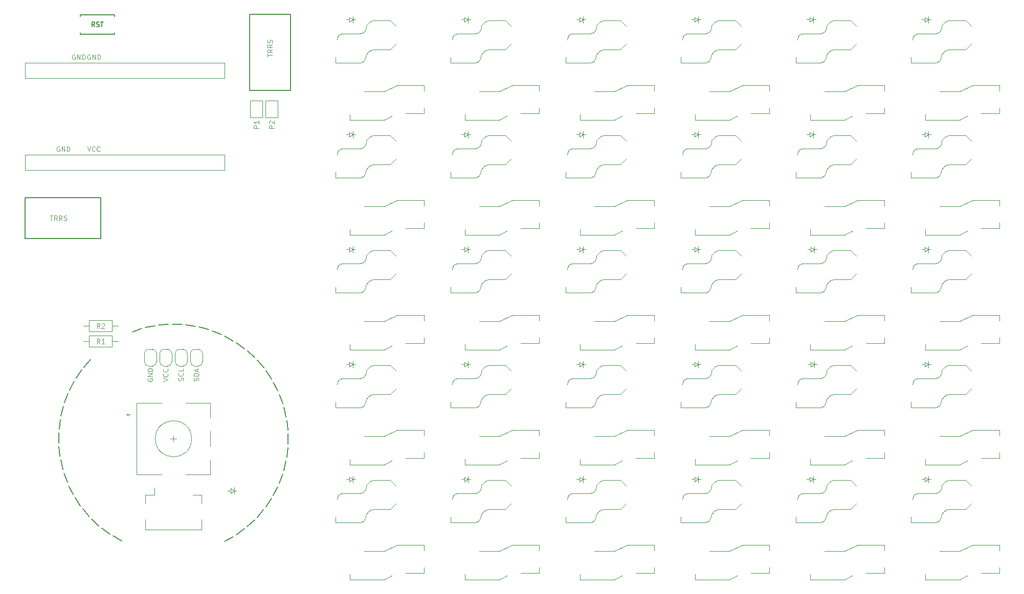
<source format=gbr>
%TF.GenerationSoftware,KiCad,Pcbnew,7.0.5*%
%TF.CreationDate,2024-09-25T00:12:03+08:00*%
%TF.ProjectId,TPS,5450532e-6b69-4636-9164-5f7063625858,rev?*%
%TF.SameCoordinates,Original*%
%TF.FileFunction,Legend,Top*%
%TF.FilePolarity,Positive*%
%FSLAX46Y46*%
G04 Gerber Fmt 4.6, Leading zero omitted, Abs format (unit mm)*
G04 Created by KiCad (PCBNEW 7.0.5) date 2024-09-25 00:12:03*
%MOMM*%
%LPD*%
G01*
G04 APERTURE LIST*
%ADD10C,0.150000*%
%ADD11C,0.120000*%
%ADD12C,0.100000*%
G04 APERTURE END LIST*
D10*
X54609258Y-116430810D02*
X53172632Y-115620319D01*
X52668441Y-115295109D02*
X51337631Y-114320565D01*
X50875394Y-113938065D02*
X49669041Y-112813119D01*
X49255231Y-112378687D02*
X48190234Y-111119096D01*
X47830648Y-110638817D02*
X46921923Y-109262224D01*
X46621597Y-108742825D02*
X45881874Y-107268512D01*
X45645016Y-106717270D02*
X45084655Y-105165888D01*
X44914582Y-104590523D02*
X44541433Y-102983803D01*
X44440527Y-102392374D02*
X44259817Y-100752821D01*
X44229491Y-100153613D02*
X44243751Y-98504193D01*
X44284431Y-97905599D02*
X44493461Y-96269415D01*
X44604577Y-95679820D02*
X45005448Y-94079791D01*
X45185444Y-93507452D02*
X45772542Y-91965990D01*
X46018896Y-91418925D02*
X46783998Y-89957622D01*
X47093258Y-89443493D02*
X48025647Y-88082817D01*
X48393483Y-87608827D02*
X49480098Y-86367836D01*
X56400785Y-81758132D02*
X57964673Y-81233686D01*
X58543806Y-81076923D02*
X60158702Y-80740915D01*
X60752300Y-80653671D02*
X62395583Y-80510808D01*
X62995331Y-80494305D02*
X64643984Y-80546587D01*
X65241481Y-80601057D02*
X66872411Y-80847752D01*
X67459288Y-80972432D02*
X69049650Y-81410084D01*
X69617687Y-81603227D02*
X71145204Y-82225707D01*
X71686444Y-82484607D02*
X73129720Y-83283195D01*
X73636582Y-83604227D02*
X74975401Y-84567737D01*
X75440785Y-84946403D02*
X76656395Y-86061339D01*
X77073782Y-86492336D02*
X78149154Y-87743081D01*
X78512698Y-88220371D02*
X79432770Y-89589406D01*
X79737379Y-90106304D02*
X80489264Y-91574452D01*
X80730671Y-92123718D02*
X81303836Y-93670415D01*
X81478659Y-94244354D02*
X81865076Y-95847935D01*
X81970867Y-96438510D02*
X82165124Y-98076513D01*
X82200401Y-98675450D02*
X82199776Y-100324931D01*
X82164045Y-100923841D02*
X81968548Y-102561697D01*
X81862309Y-103152191D02*
X81474677Y-104755479D01*
X81299419Y-105329286D02*
X80725082Y-106875548D01*
X80483259Y-107424630D02*
X79730263Y-108892209D01*
X79425262Y-109408876D02*
X78504153Y-110777213D01*
X78140247Y-111254227D02*
X77063928Y-112504158D01*
X76646214Y-112934838D02*
X75429760Y-114048853D01*
X74964089Y-114427166D02*
X73624540Y-115389662D01*
X73117436Y-115710309D02*
X71685894Y-116501666D01*
D11*
%TO.C,T2*%
X42774476Y-62501355D02*
X43231619Y-62501355D01*
X43003047Y-63301355D02*
X43003047Y-62501355D01*
X43955429Y-63301355D02*
X43688762Y-62920402D01*
X43498286Y-63301355D02*
X43498286Y-62501355D01*
X43498286Y-62501355D02*
X43803048Y-62501355D01*
X43803048Y-62501355D02*
X43879238Y-62539450D01*
X43879238Y-62539450D02*
X43917333Y-62577545D01*
X43917333Y-62577545D02*
X43955429Y-62653736D01*
X43955429Y-62653736D02*
X43955429Y-62768021D01*
X43955429Y-62768021D02*
X43917333Y-62844212D01*
X43917333Y-62844212D02*
X43879238Y-62882307D01*
X43879238Y-62882307D02*
X43803048Y-62920402D01*
X43803048Y-62920402D02*
X43498286Y-62920402D01*
X44755429Y-63301355D02*
X44488762Y-62920402D01*
X44298286Y-63301355D02*
X44298286Y-62501355D01*
X44298286Y-62501355D02*
X44603048Y-62501355D01*
X44603048Y-62501355D02*
X44679238Y-62539450D01*
X44679238Y-62539450D02*
X44717333Y-62577545D01*
X44717333Y-62577545D02*
X44755429Y-62653736D01*
X44755429Y-62653736D02*
X44755429Y-62768021D01*
X44755429Y-62768021D02*
X44717333Y-62844212D01*
X44717333Y-62844212D02*
X44679238Y-62882307D01*
X44679238Y-62882307D02*
X44603048Y-62920402D01*
X44603048Y-62920402D02*
X44298286Y-62920402D01*
X45060190Y-63263260D02*
X45174476Y-63301355D01*
X45174476Y-63301355D02*
X45364952Y-63301355D01*
X45364952Y-63301355D02*
X45441143Y-63263260D01*
X45441143Y-63263260D02*
X45479238Y-63225164D01*
X45479238Y-63225164D02*
X45517333Y-63148974D01*
X45517333Y-63148974D02*
X45517333Y-63072783D01*
X45517333Y-63072783D02*
X45479238Y-62996593D01*
X45479238Y-62996593D02*
X45441143Y-62958498D01*
X45441143Y-62958498D02*
X45364952Y-62920402D01*
X45364952Y-62920402D02*
X45212571Y-62882307D01*
X45212571Y-62882307D02*
X45136381Y-62844212D01*
X45136381Y-62844212D02*
X45098286Y-62806117D01*
X45098286Y-62806117D02*
X45060190Y-62729926D01*
X45060190Y-62729926D02*
X45060190Y-62653736D01*
X45060190Y-62653736D02*
X45098286Y-62577545D01*
X45098286Y-62577545D02*
X45136381Y-62539450D01*
X45136381Y-62539450D02*
X45212571Y-62501355D01*
X45212571Y-62501355D02*
X45403048Y-62501355D01*
X45403048Y-62501355D02*
X45517333Y-62539450D01*
%TO.C,T1*%
X78777855Y-36132523D02*
X78777855Y-35675380D01*
X79577855Y-35903952D02*
X78777855Y-35903952D01*
X79577855Y-34951570D02*
X79196902Y-35218237D01*
X79577855Y-35408713D02*
X78777855Y-35408713D01*
X78777855Y-35408713D02*
X78777855Y-35103951D01*
X78777855Y-35103951D02*
X78815950Y-35027761D01*
X78815950Y-35027761D02*
X78854045Y-34989666D01*
X78854045Y-34989666D02*
X78930236Y-34951570D01*
X78930236Y-34951570D02*
X79044521Y-34951570D01*
X79044521Y-34951570D02*
X79120712Y-34989666D01*
X79120712Y-34989666D02*
X79158807Y-35027761D01*
X79158807Y-35027761D02*
X79196902Y-35103951D01*
X79196902Y-35103951D02*
X79196902Y-35408713D01*
X79577855Y-34151570D02*
X79196902Y-34418237D01*
X79577855Y-34608713D02*
X78777855Y-34608713D01*
X78777855Y-34608713D02*
X78777855Y-34303951D01*
X78777855Y-34303951D02*
X78815950Y-34227761D01*
X78815950Y-34227761D02*
X78854045Y-34189666D01*
X78854045Y-34189666D02*
X78930236Y-34151570D01*
X78930236Y-34151570D02*
X79044521Y-34151570D01*
X79044521Y-34151570D02*
X79120712Y-34189666D01*
X79120712Y-34189666D02*
X79158807Y-34227761D01*
X79158807Y-34227761D02*
X79196902Y-34303951D01*
X79196902Y-34303951D02*
X79196902Y-34608713D01*
X79539760Y-33846809D02*
X79577855Y-33732523D01*
X79577855Y-33732523D02*
X79577855Y-33542047D01*
X79577855Y-33542047D02*
X79539760Y-33465856D01*
X79539760Y-33465856D02*
X79501664Y-33427761D01*
X79501664Y-33427761D02*
X79425474Y-33389666D01*
X79425474Y-33389666D02*
X79349283Y-33389666D01*
X79349283Y-33389666D02*
X79273093Y-33427761D01*
X79273093Y-33427761D02*
X79234998Y-33465856D01*
X79234998Y-33465856D02*
X79196902Y-33542047D01*
X79196902Y-33542047D02*
X79158807Y-33694428D01*
X79158807Y-33694428D02*
X79120712Y-33770618D01*
X79120712Y-33770618D02*
X79082617Y-33808713D01*
X79082617Y-33808713D02*
X79006426Y-33846809D01*
X79006426Y-33846809D02*
X78930236Y-33846809D01*
X78930236Y-33846809D02*
X78854045Y-33808713D01*
X78854045Y-33808713D02*
X78815950Y-33770618D01*
X78815950Y-33770618D02*
X78777855Y-33694428D01*
X78777855Y-33694428D02*
X78777855Y-33503951D01*
X78777855Y-33503951D02*
X78815950Y-33389666D01*
%TO.C,R1*%
X51027667Y-83706855D02*
X50761000Y-83325902D01*
X50570524Y-83706855D02*
X50570524Y-82906855D01*
X50570524Y-82906855D02*
X50875286Y-82906855D01*
X50875286Y-82906855D02*
X50951476Y-82944950D01*
X50951476Y-82944950D02*
X50989571Y-82983045D01*
X50989571Y-82983045D02*
X51027667Y-83059236D01*
X51027667Y-83059236D02*
X51027667Y-83173521D01*
X51027667Y-83173521D02*
X50989571Y-83249712D01*
X50989571Y-83249712D02*
X50951476Y-83287807D01*
X50951476Y-83287807D02*
X50875286Y-83325902D01*
X50875286Y-83325902D02*
X50570524Y-83325902D01*
X51789571Y-83706855D02*
X51332428Y-83706855D01*
X51561000Y-83706855D02*
X51561000Y-82906855D01*
X51561000Y-82906855D02*
X51484809Y-83021140D01*
X51484809Y-83021140D02*
X51408619Y-83097331D01*
X51408619Y-83097331D02*
X51332428Y-83135426D01*
%TO.C,JP1*%
X77307855Y-47980475D02*
X76507855Y-47980475D01*
X76507855Y-47980475D02*
X76507855Y-47675713D01*
X76507855Y-47675713D02*
X76545950Y-47599523D01*
X76545950Y-47599523D02*
X76584045Y-47561428D01*
X76584045Y-47561428D02*
X76660236Y-47523332D01*
X76660236Y-47523332D02*
X76774521Y-47523332D01*
X76774521Y-47523332D02*
X76850712Y-47561428D01*
X76850712Y-47561428D02*
X76888807Y-47599523D01*
X76888807Y-47599523D02*
X76926902Y-47675713D01*
X76926902Y-47675713D02*
X76926902Y-47980475D01*
X77307855Y-46761428D02*
X77307855Y-47218571D01*
X77307855Y-46989999D02*
X76507855Y-46989999D01*
X76507855Y-46989999D02*
X76622140Y-47066190D01*
X76622140Y-47066190D02*
X76698331Y-47142380D01*
X76698331Y-47142380D02*
X76736426Y-47218571D01*
%TO.C,JP2*%
X79847855Y-47980475D02*
X79047855Y-47980475D01*
X79047855Y-47980475D02*
X79047855Y-47675713D01*
X79047855Y-47675713D02*
X79085950Y-47599523D01*
X79085950Y-47599523D02*
X79124045Y-47561428D01*
X79124045Y-47561428D02*
X79200236Y-47523332D01*
X79200236Y-47523332D02*
X79314521Y-47523332D01*
X79314521Y-47523332D02*
X79390712Y-47561428D01*
X79390712Y-47561428D02*
X79428807Y-47599523D01*
X79428807Y-47599523D02*
X79466902Y-47675713D01*
X79466902Y-47675713D02*
X79466902Y-47980475D01*
X79124045Y-47218571D02*
X79085950Y-47180475D01*
X79085950Y-47180475D02*
X79047855Y-47104285D01*
X79047855Y-47104285D02*
X79047855Y-46913809D01*
X79047855Y-46913809D02*
X79085950Y-46837618D01*
X79085950Y-46837618D02*
X79124045Y-46799523D01*
X79124045Y-46799523D02*
X79200236Y-46761428D01*
X79200236Y-46761428D02*
X79276426Y-46761428D01*
X79276426Y-46761428D02*
X79390712Y-46799523D01*
X79390712Y-46799523D02*
X79847855Y-47256666D01*
X79847855Y-47256666D02*
X79847855Y-46761428D01*
D10*
%TO.C,RST1*%
X50162905Y-31185295D02*
X49896238Y-30804342D01*
X49705762Y-31185295D02*
X49705762Y-30385295D01*
X49705762Y-30385295D02*
X50010524Y-30385295D01*
X50010524Y-30385295D02*
X50086714Y-30423390D01*
X50086714Y-30423390D02*
X50124809Y-30461485D01*
X50124809Y-30461485D02*
X50162905Y-30537676D01*
X50162905Y-30537676D02*
X50162905Y-30651961D01*
X50162905Y-30651961D02*
X50124809Y-30728152D01*
X50124809Y-30728152D02*
X50086714Y-30766247D01*
X50086714Y-30766247D02*
X50010524Y-30804342D01*
X50010524Y-30804342D02*
X49705762Y-30804342D01*
X50467666Y-31147200D02*
X50581952Y-31185295D01*
X50581952Y-31185295D02*
X50772428Y-31185295D01*
X50772428Y-31185295D02*
X50848619Y-31147200D01*
X50848619Y-31147200D02*
X50886714Y-31109104D01*
X50886714Y-31109104D02*
X50924809Y-31032914D01*
X50924809Y-31032914D02*
X50924809Y-30956723D01*
X50924809Y-30956723D02*
X50886714Y-30880533D01*
X50886714Y-30880533D02*
X50848619Y-30842438D01*
X50848619Y-30842438D02*
X50772428Y-30804342D01*
X50772428Y-30804342D02*
X50620047Y-30766247D01*
X50620047Y-30766247D02*
X50543857Y-30728152D01*
X50543857Y-30728152D02*
X50505762Y-30690057D01*
X50505762Y-30690057D02*
X50467666Y-30613866D01*
X50467666Y-30613866D02*
X50467666Y-30537676D01*
X50467666Y-30537676D02*
X50505762Y-30461485D01*
X50505762Y-30461485D02*
X50543857Y-30423390D01*
X50543857Y-30423390D02*
X50620047Y-30385295D01*
X50620047Y-30385295D02*
X50810524Y-30385295D01*
X50810524Y-30385295D02*
X50924809Y-30423390D01*
X51153381Y-30385295D02*
X51610524Y-30385295D01*
X51381952Y-31185295D02*
X51381952Y-30385295D01*
D11*
%TO.C,J1*%
X61511355Y-89974666D02*
X62311355Y-89707999D01*
X62311355Y-89707999D02*
X61511355Y-89441333D01*
X62235164Y-88717523D02*
X62273260Y-88755619D01*
X62273260Y-88755619D02*
X62311355Y-88869904D01*
X62311355Y-88869904D02*
X62311355Y-88946095D01*
X62311355Y-88946095D02*
X62273260Y-89060381D01*
X62273260Y-89060381D02*
X62197069Y-89136571D01*
X62197069Y-89136571D02*
X62120879Y-89174666D01*
X62120879Y-89174666D02*
X61968498Y-89212762D01*
X61968498Y-89212762D02*
X61854212Y-89212762D01*
X61854212Y-89212762D02*
X61701831Y-89174666D01*
X61701831Y-89174666D02*
X61625640Y-89136571D01*
X61625640Y-89136571D02*
X61549450Y-89060381D01*
X61549450Y-89060381D02*
X61511355Y-88946095D01*
X61511355Y-88946095D02*
X61511355Y-88869904D01*
X61511355Y-88869904D02*
X61549450Y-88755619D01*
X61549450Y-88755619D02*
X61587545Y-88717523D01*
X62235164Y-87917523D02*
X62273260Y-87955619D01*
X62273260Y-87955619D02*
X62311355Y-88069904D01*
X62311355Y-88069904D02*
X62311355Y-88146095D01*
X62311355Y-88146095D02*
X62273260Y-88260381D01*
X62273260Y-88260381D02*
X62197069Y-88336571D01*
X62197069Y-88336571D02*
X62120879Y-88374666D01*
X62120879Y-88374666D02*
X61968498Y-88412762D01*
X61968498Y-88412762D02*
X61854212Y-88412762D01*
X61854212Y-88412762D02*
X61701831Y-88374666D01*
X61701831Y-88374666D02*
X61625640Y-88336571D01*
X61625640Y-88336571D02*
X61549450Y-88260381D01*
X61549450Y-88260381D02*
X61511355Y-88146095D01*
X61511355Y-88146095D02*
X61511355Y-88069904D01*
X61511355Y-88069904D02*
X61549450Y-87955619D01*
X61549450Y-87955619D02*
X61587545Y-87917523D01*
X64813260Y-89860381D02*
X64851355Y-89746095D01*
X64851355Y-89746095D02*
X64851355Y-89555619D01*
X64851355Y-89555619D02*
X64813260Y-89479428D01*
X64813260Y-89479428D02*
X64775164Y-89441333D01*
X64775164Y-89441333D02*
X64698974Y-89403238D01*
X64698974Y-89403238D02*
X64622783Y-89403238D01*
X64622783Y-89403238D02*
X64546593Y-89441333D01*
X64546593Y-89441333D02*
X64508498Y-89479428D01*
X64508498Y-89479428D02*
X64470402Y-89555619D01*
X64470402Y-89555619D02*
X64432307Y-89708000D01*
X64432307Y-89708000D02*
X64394212Y-89784190D01*
X64394212Y-89784190D02*
X64356117Y-89822285D01*
X64356117Y-89822285D02*
X64279926Y-89860381D01*
X64279926Y-89860381D02*
X64203736Y-89860381D01*
X64203736Y-89860381D02*
X64127545Y-89822285D01*
X64127545Y-89822285D02*
X64089450Y-89784190D01*
X64089450Y-89784190D02*
X64051355Y-89708000D01*
X64051355Y-89708000D02*
X64051355Y-89517523D01*
X64051355Y-89517523D02*
X64089450Y-89403238D01*
X64775164Y-88603237D02*
X64813260Y-88641333D01*
X64813260Y-88641333D02*
X64851355Y-88755618D01*
X64851355Y-88755618D02*
X64851355Y-88831809D01*
X64851355Y-88831809D02*
X64813260Y-88946095D01*
X64813260Y-88946095D02*
X64737069Y-89022285D01*
X64737069Y-89022285D02*
X64660879Y-89060380D01*
X64660879Y-89060380D02*
X64508498Y-89098476D01*
X64508498Y-89098476D02*
X64394212Y-89098476D01*
X64394212Y-89098476D02*
X64241831Y-89060380D01*
X64241831Y-89060380D02*
X64165640Y-89022285D01*
X64165640Y-89022285D02*
X64089450Y-88946095D01*
X64089450Y-88946095D02*
X64051355Y-88831809D01*
X64051355Y-88831809D02*
X64051355Y-88755618D01*
X64051355Y-88755618D02*
X64089450Y-88641333D01*
X64089450Y-88641333D02*
X64127545Y-88603237D01*
X64851355Y-87879428D02*
X64851355Y-88260380D01*
X64851355Y-88260380D02*
X64051355Y-88260380D01*
X67353260Y-89879428D02*
X67391355Y-89765142D01*
X67391355Y-89765142D02*
X67391355Y-89574666D01*
X67391355Y-89574666D02*
X67353260Y-89498475D01*
X67353260Y-89498475D02*
X67315164Y-89460380D01*
X67315164Y-89460380D02*
X67238974Y-89422285D01*
X67238974Y-89422285D02*
X67162783Y-89422285D01*
X67162783Y-89422285D02*
X67086593Y-89460380D01*
X67086593Y-89460380D02*
X67048498Y-89498475D01*
X67048498Y-89498475D02*
X67010402Y-89574666D01*
X67010402Y-89574666D02*
X66972307Y-89727047D01*
X66972307Y-89727047D02*
X66934212Y-89803237D01*
X66934212Y-89803237D02*
X66896117Y-89841332D01*
X66896117Y-89841332D02*
X66819926Y-89879428D01*
X66819926Y-89879428D02*
X66743736Y-89879428D01*
X66743736Y-89879428D02*
X66667545Y-89841332D01*
X66667545Y-89841332D02*
X66629450Y-89803237D01*
X66629450Y-89803237D02*
X66591355Y-89727047D01*
X66591355Y-89727047D02*
X66591355Y-89536570D01*
X66591355Y-89536570D02*
X66629450Y-89422285D01*
X67391355Y-89079427D02*
X66591355Y-89079427D01*
X66591355Y-89079427D02*
X66591355Y-88888951D01*
X66591355Y-88888951D02*
X66629450Y-88774665D01*
X66629450Y-88774665D02*
X66705640Y-88698475D01*
X66705640Y-88698475D02*
X66781831Y-88660380D01*
X66781831Y-88660380D02*
X66934212Y-88622284D01*
X66934212Y-88622284D02*
X67048498Y-88622284D01*
X67048498Y-88622284D02*
X67200879Y-88660380D01*
X67200879Y-88660380D02*
X67277069Y-88698475D01*
X67277069Y-88698475D02*
X67353260Y-88774665D01*
X67353260Y-88774665D02*
X67391355Y-88888951D01*
X67391355Y-88888951D02*
X67391355Y-89079427D01*
X67162783Y-88317523D02*
X67162783Y-87936570D01*
X67391355Y-88393713D02*
X66591355Y-88127046D01*
X66591355Y-88127046D02*
X67391355Y-87860380D01*
X59009450Y-89517523D02*
X58971355Y-89593713D01*
X58971355Y-89593713D02*
X58971355Y-89707999D01*
X58971355Y-89707999D02*
X59009450Y-89822285D01*
X59009450Y-89822285D02*
X59085640Y-89898475D01*
X59085640Y-89898475D02*
X59161831Y-89936570D01*
X59161831Y-89936570D02*
X59314212Y-89974666D01*
X59314212Y-89974666D02*
X59428498Y-89974666D01*
X59428498Y-89974666D02*
X59580879Y-89936570D01*
X59580879Y-89936570D02*
X59657069Y-89898475D01*
X59657069Y-89898475D02*
X59733260Y-89822285D01*
X59733260Y-89822285D02*
X59771355Y-89707999D01*
X59771355Y-89707999D02*
X59771355Y-89631808D01*
X59771355Y-89631808D02*
X59733260Y-89517523D01*
X59733260Y-89517523D02*
X59695164Y-89479427D01*
X59695164Y-89479427D02*
X59428498Y-89479427D01*
X59428498Y-89479427D02*
X59428498Y-89631808D01*
X59771355Y-89136570D02*
X58971355Y-89136570D01*
X58971355Y-89136570D02*
X59771355Y-88679427D01*
X59771355Y-88679427D02*
X58971355Y-88679427D01*
X59771355Y-88298475D02*
X58971355Y-88298475D01*
X58971355Y-88298475D02*
X58971355Y-88107999D01*
X58971355Y-88107999D02*
X59009450Y-87993713D01*
X59009450Y-87993713D02*
X59085640Y-87917523D01*
X59085640Y-87917523D02*
X59161831Y-87879428D01*
X59161831Y-87879428D02*
X59314212Y-87841332D01*
X59314212Y-87841332D02*
X59428498Y-87841332D01*
X59428498Y-87841332D02*
X59580879Y-87879428D01*
X59580879Y-87879428D02*
X59657069Y-87917523D01*
X59657069Y-87917523D02*
X59733260Y-87993713D01*
X59733260Y-87993713D02*
X59771355Y-88107999D01*
X59771355Y-88107999D02*
X59771355Y-88298475D01*
%TO.C,R2*%
X51027667Y-81166855D02*
X50761000Y-80785902D01*
X50570524Y-81166855D02*
X50570524Y-80366855D01*
X50570524Y-80366855D02*
X50875286Y-80366855D01*
X50875286Y-80366855D02*
X50951476Y-80404950D01*
X50951476Y-80404950D02*
X50989571Y-80443045D01*
X50989571Y-80443045D02*
X51027667Y-80519236D01*
X51027667Y-80519236D02*
X51027667Y-80633521D01*
X51027667Y-80633521D02*
X50989571Y-80709712D01*
X50989571Y-80709712D02*
X50951476Y-80747807D01*
X50951476Y-80747807D02*
X50875286Y-80785902D01*
X50875286Y-80785902D02*
X50570524Y-80785902D01*
X51332428Y-80443045D02*
X51370524Y-80404950D01*
X51370524Y-80404950D02*
X51446714Y-80366855D01*
X51446714Y-80366855D02*
X51637190Y-80366855D01*
X51637190Y-80366855D02*
X51713381Y-80404950D01*
X51713381Y-80404950D02*
X51751476Y-80443045D01*
X51751476Y-80443045D02*
X51789571Y-80519236D01*
X51789571Y-80519236D02*
X51789571Y-80595426D01*
X51789571Y-80595426D02*
X51751476Y-80709712D01*
X51751476Y-80709712D02*
X51294333Y-81166855D01*
X51294333Y-81166855D02*
X51789571Y-81166855D01*
%TO.C,U1*%
X46891476Y-35836450D02*
X46815286Y-35798355D01*
X46815286Y-35798355D02*
X46701000Y-35798355D01*
X46701000Y-35798355D02*
X46586714Y-35836450D01*
X46586714Y-35836450D02*
X46510524Y-35912640D01*
X46510524Y-35912640D02*
X46472429Y-35988831D01*
X46472429Y-35988831D02*
X46434333Y-36141212D01*
X46434333Y-36141212D02*
X46434333Y-36255498D01*
X46434333Y-36255498D02*
X46472429Y-36407879D01*
X46472429Y-36407879D02*
X46510524Y-36484069D01*
X46510524Y-36484069D02*
X46586714Y-36560260D01*
X46586714Y-36560260D02*
X46701000Y-36598355D01*
X46701000Y-36598355D02*
X46777191Y-36598355D01*
X46777191Y-36598355D02*
X46891476Y-36560260D01*
X46891476Y-36560260D02*
X46929572Y-36522164D01*
X46929572Y-36522164D02*
X46929572Y-36255498D01*
X46929572Y-36255498D02*
X46777191Y-36255498D01*
X47272429Y-36598355D02*
X47272429Y-35798355D01*
X47272429Y-35798355D02*
X47729572Y-36598355D01*
X47729572Y-36598355D02*
X47729572Y-35798355D01*
X48110524Y-36598355D02*
X48110524Y-35798355D01*
X48110524Y-35798355D02*
X48301000Y-35798355D01*
X48301000Y-35798355D02*
X48415286Y-35836450D01*
X48415286Y-35836450D02*
X48491476Y-35912640D01*
X48491476Y-35912640D02*
X48529571Y-35988831D01*
X48529571Y-35988831D02*
X48567667Y-36141212D01*
X48567667Y-36141212D02*
X48567667Y-36255498D01*
X48567667Y-36255498D02*
X48529571Y-36407879D01*
X48529571Y-36407879D02*
X48491476Y-36484069D01*
X48491476Y-36484069D02*
X48415286Y-36560260D01*
X48415286Y-36560260D02*
X48301000Y-36598355D01*
X48301000Y-36598355D02*
X48110524Y-36598355D01*
X48974333Y-51038355D02*
X49241000Y-51838355D01*
X49241000Y-51838355D02*
X49507666Y-51038355D01*
X50231476Y-51762164D02*
X50193380Y-51800260D01*
X50193380Y-51800260D02*
X50079095Y-51838355D01*
X50079095Y-51838355D02*
X50002904Y-51838355D01*
X50002904Y-51838355D02*
X49888618Y-51800260D01*
X49888618Y-51800260D02*
X49812428Y-51724069D01*
X49812428Y-51724069D02*
X49774333Y-51647879D01*
X49774333Y-51647879D02*
X49736237Y-51495498D01*
X49736237Y-51495498D02*
X49736237Y-51381212D01*
X49736237Y-51381212D02*
X49774333Y-51228831D01*
X49774333Y-51228831D02*
X49812428Y-51152640D01*
X49812428Y-51152640D02*
X49888618Y-51076450D01*
X49888618Y-51076450D02*
X50002904Y-51038355D01*
X50002904Y-51038355D02*
X50079095Y-51038355D01*
X50079095Y-51038355D02*
X50193380Y-51076450D01*
X50193380Y-51076450D02*
X50231476Y-51114545D01*
X51031476Y-51762164D02*
X50993380Y-51800260D01*
X50993380Y-51800260D02*
X50879095Y-51838355D01*
X50879095Y-51838355D02*
X50802904Y-51838355D01*
X50802904Y-51838355D02*
X50688618Y-51800260D01*
X50688618Y-51800260D02*
X50612428Y-51724069D01*
X50612428Y-51724069D02*
X50574333Y-51647879D01*
X50574333Y-51647879D02*
X50536237Y-51495498D01*
X50536237Y-51495498D02*
X50536237Y-51381212D01*
X50536237Y-51381212D02*
X50574333Y-51228831D01*
X50574333Y-51228831D02*
X50612428Y-51152640D01*
X50612428Y-51152640D02*
X50688618Y-51076450D01*
X50688618Y-51076450D02*
X50802904Y-51038355D01*
X50802904Y-51038355D02*
X50879095Y-51038355D01*
X50879095Y-51038355D02*
X50993380Y-51076450D01*
X50993380Y-51076450D02*
X51031476Y-51114545D01*
X49431476Y-35836450D02*
X49355286Y-35798355D01*
X49355286Y-35798355D02*
X49241000Y-35798355D01*
X49241000Y-35798355D02*
X49126714Y-35836450D01*
X49126714Y-35836450D02*
X49050524Y-35912640D01*
X49050524Y-35912640D02*
X49012429Y-35988831D01*
X49012429Y-35988831D02*
X48974333Y-36141212D01*
X48974333Y-36141212D02*
X48974333Y-36255498D01*
X48974333Y-36255498D02*
X49012429Y-36407879D01*
X49012429Y-36407879D02*
X49050524Y-36484069D01*
X49050524Y-36484069D02*
X49126714Y-36560260D01*
X49126714Y-36560260D02*
X49241000Y-36598355D01*
X49241000Y-36598355D02*
X49317191Y-36598355D01*
X49317191Y-36598355D02*
X49431476Y-36560260D01*
X49431476Y-36560260D02*
X49469572Y-36522164D01*
X49469572Y-36522164D02*
X49469572Y-36255498D01*
X49469572Y-36255498D02*
X49317191Y-36255498D01*
X49812429Y-36598355D02*
X49812429Y-35798355D01*
X49812429Y-35798355D02*
X50269572Y-36598355D01*
X50269572Y-36598355D02*
X50269572Y-35798355D01*
X50650524Y-36598355D02*
X50650524Y-35798355D01*
X50650524Y-35798355D02*
X50841000Y-35798355D01*
X50841000Y-35798355D02*
X50955286Y-35836450D01*
X50955286Y-35836450D02*
X51031476Y-35912640D01*
X51031476Y-35912640D02*
X51069571Y-35988831D01*
X51069571Y-35988831D02*
X51107667Y-36141212D01*
X51107667Y-36141212D02*
X51107667Y-36255498D01*
X51107667Y-36255498D02*
X51069571Y-36407879D01*
X51069571Y-36407879D02*
X51031476Y-36484069D01*
X51031476Y-36484069D02*
X50955286Y-36560260D01*
X50955286Y-36560260D02*
X50841000Y-36598355D01*
X50841000Y-36598355D02*
X50650524Y-36598355D01*
X44351476Y-51076450D02*
X44275286Y-51038355D01*
X44275286Y-51038355D02*
X44161000Y-51038355D01*
X44161000Y-51038355D02*
X44046714Y-51076450D01*
X44046714Y-51076450D02*
X43970524Y-51152640D01*
X43970524Y-51152640D02*
X43932429Y-51228831D01*
X43932429Y-51228831D02*
X43894333Y-51381212D01*
X43894333Y-51381212D02*
X43894333Y-51495498D01*
X43894333Y-51495498D02*
X43932429Y-51647879D01*
X43932429Y-51647879D02*
X43970524Y-51724069D01*
X43970524Y-51724069D02*
X44046714Y-51800260D01*
X44046714Y-51800260D02*
X44161000Y-51838355D01*
X44161000Y-51838355D02*
X44237191Y-51838355D01*
X44237191Y-51838355D02*
X44351476Y-51800260D01*
X44351476Y-51800260D02*
X44389572Y-51762164D01*
X44389572Y-51762164D02*
X44389572Y-51495498D01*
X44389572Y-51495498D02*
X44237191Y-51495498D01*
X44732429Y-51838355D02*
X44732429Y-51038355D01*
X44732429Y-51038355D02*
X45189572Y-51838355D01*
X45189572Y-51838355D02*
X45189572Y-51038355D01*
X45570524Y-51838355D02*
X45570524Y-51038355D01*
X45570524Y-51038355D02*
X45761000Y-51038355D01*
X45761000Y-51038355D02*
X45875286Y-51076450D01*
X45875286Y-51076450D02*
X45951476Y-51152640D01*
X45951476Y-51152640D02*
X45989571Y-51228831D01*
X45989571Y-51228831D02*
X46027667Y-51381212D01*
X46027667Y-51381212D02*
X46027667Y-51495498D01*
X46027667Y-51495498D02*
X45989571Y-51647879D01*
X45989571Y-51647879D02*
X45951476Y-51724069D01*
X45951476Y-51724069D02*
X45875286Y-51800260D01*
X45875286Y-51800260D02*
X45761000Y-51838355D01*
X45761000Y-51838355D02*
X45570524Y-51838355D01*
D10*
%TO.C,T2*%
X38611000Y-66315700D02*
X47249000Y-66315700D01*
X38611000Y-66315700D02*
X38611000Y-59559300D01*
X47249000Y-66315700D02*
X51184000Y-66315700D01*
X38611000Y-59559300D02*
X51184000Y-59559300D01*
X51184000Y-59559300D02*
X51184000Y-66315700D01*
%TO.C,T1*%
X75835800Y-29150000D02*
X75835800Y-37788000D01*
X75835800Y-29150000D02*
X82592200Y-29150000D01*
X75835800Y-37788000D02*
X75835800Y-41723000D01*
X82592200Y-29150000D02*
X82592200Y-41723000D01*
X82592200Y-41723000D02*
X75835800Y-41723000D01*
D12*
%TO.C,D16*%
X150505600Y-30000000D02*
X150105600Y-30000000D01*
X150105600Y-30000000D02*
X150105600Y-30550000D01*
X150105600Y-30000000D02*
X150105600Y-29450000D01*
X150105600Y-30000000D02*
X149505600Y-30400000D01*
X149505600Y-30400000D02*
X149505600Y-29600000D01*
X149505600Y-30000000D02*
X149005600Y-30000000D01*
X149505600Y-29600000D02*
X150105600Y-30000000D01*
%TO.C,D24*%
X169685600Y-87150000D02*
X169285600Y-87150000D01*
X169285600Y-87150000D02*
X169285600Y-87700000D01*
X169285600Y-87150000D02*
X169285600Y-86600000D01*
X169285600Y-87150000D02*
X168685600Y-87550000D01*
X168685600Y-87550000D02*
X168685600Y-86750000D01*
X168685600Y-87150000D02*
X168185600Y-87150000D01*
X168685600Y-86750000D02*
X169285600Y-87150000D01*
D11*
%TO.C,SW19*%
X147154000Y-93379000D02*
X147154000Y-94321000D01*
X147154000Y-94321000D02*
X151240000Y-94321000D01*
X147519000Y-90066000D02*
X147434000Y-90493000D01*
X147708000Y-89783000D02*
X147519000Y-90066000D01*
X147991000Y-89594000D02*
X147708000Y-89783000D01*
X148318000Y-89529000D02*
X147991000Y-89594000D01*
X149600000Y-103775000D02*
X149600000Y-102875000D01*
X149600000Y-103775000D02*
X155200000Y-103775000D01*
X151118000Y-89529000D02*
X148318000Y-89529000D01*
X151240000Y-94321000D02*
X151550000Y-94262000D01*
X151550000Y-94262000D02*
X151824000Y-94092000D01*
X151556000Y-89442000D02*
X151118000Y-89529000D01*
X151824000Y-94092000D02*
X152017000Y-93834000D01*
X151900000Y-99075000D02*
X155200000Y-99075000D01*
X151923000Y-89198000D02*
X151556000Y-89442000D01*
X152017000Y-93834000D02*
X152099000Y-93536000D01*
X152099000Y-93536000D02*
X152253000Y-92978000D01*
X152167000Y-88831000D02*
X151923000Y-89198000D01*
X152253000Y-92978000D02*
X152591000Y-92525000D01*
X152254000Y-88171000D02*
X152254000Y-88393000D01*
X152254000Y-88393000D02*
X152167000Y-88831000D01*
X152591000Y-92525000D02*
X153070000Y-92226000D01*
X152787000Y-87638000D02*
X152254000Y-88171000D01*
X153070000Y-92226000D02*
X153632000Y-92121000D01*
X153129000Y-87409000D02*
X152787000Y-87638000D01*
X153532000Y-87329000D02*
X153129000Y-87409000D01*
X153632000Y-92121000D02*
X156279000Y-92121000D01*
X156279000Y-87329000D02*
X153532000Y-87329000D01*
X156279000Y-92121000D02*
X157300000Y-91100000D01*
X156510000Y-103175000D02*
X155200000Y-103775000D01*
X157216000Y-88266000D02*
X156279000Y-87329000D01*
X157400000Y-98025000D02*
X155200000Y-99075000D01*
X161800000Y-98025000D02*
X157400000Y-98025000D01*
X161800000Y-98025000D02*
X161800000Y-98975000D01*
X161800000Y-102725000D02*
X158800000Y-102725000D01*
X161800000Y-102725000D02*
X161800000Y-101775000D01*
D12*
%TO.C,D20*%
X150505600Y-106200000D02*
X150105600Y-106200000D01*
X150105600Y-106200000D02*
X150105600Y-106750000D01*
X150105600Y-106200000D02*
X150105600Y-105650000D01*
X150105600Y-106200000D02*
X149505600Y-106600000D01*
X149505600Y-106600000D02*
X149505600Y-105800000D01*
X149505600Y-106200000D02*
X149005600Y-106200000D01*
X149505600Y-105800000D02*
X150105600Y-106200000D01*
%TO.C,D1*%
X93355600Y-30000000D02*
X92955600Y-30000000D01*
X92955600Y-30000000D02*
X92955600Y-30550000D01*
X92955600Y-30000000D02*
X92955600Y-29450000D01*
X92955600Y-30000000D02*
X92355600Y-30400000D01*
X92355600Y-30400000D02*
X92355600Y-29600000D01*
X92355600Y-30000000D02*
X91855600Y-30000000D01*
X92355600Y-29600000D02*
X92955600Y-30000000D01*
%TO.C,D22*%
X169555600Y-49050000D02*
X169155600Y-49050000D01*
X169155600Y-49050000D02*
X169155600Y-49600000D01*
X169155600Y-49050000D02*
X169155600Y-48500000D01*
X169155600Y-49050000D02*
X168555600Y-49450000D01*
X168555600Y-49450000D02*
X168555600Y-48650000D01*
X168555600Y-49050000D02*
X168055600Y-49050000D01*
X168555600Y-48650000D02*
X169155600Y-49050000D01*
D11*
%TO.C,SW3*%
X90004000Y-74329000D02*
X90004000Y-75271000D01*
X90004000Y-75271000D02*
X94090000Y-75271000D01*
X90369000Y-71016000D02*
X90284000Y-71443000D01*
X90558000Y-70733000D02*
X90369000Y-71016000D01*
X90841000Y-70544000D02*
X90558000Y-70733000D01*
X91168000Y-70479000D02*
X90841000Y-70544000D01*
X92450000Y-84725000D02*
X92450000Y-83825000D01*
X92450000Y-84725000D02*
X98050000Y-84725000D01*
X93968000Y-70479000D02*
X91168000Y-70479000D01*
X94090000Y-75271000D02*
X94400000Y-75212000D01*
X94400000Y-75212000D02*
X94674000Y-75042000D01*
X94406000Y-70392000D02*
X93968000Y-70479000D01*
X94674000Y-75042000D02*
X94867000Y-74784000D01*
X94750000Y-80025000D02*
X98050000Y-80025000D01*
X94773000Y-70148000D02*
X94406000Y-70392000D01*
X94867000Y-74784000D02*
X94949000Y-74486000D01*
X94949000Y-74486000D02*
X95103000Y-73928000D01*
X95017000Y-69781000D02*
X94773000Y-70148000D01*
X95103000Y-73928000D02*
X95441000Y-73475000D01*
X95104000Y-69121000D02*
X95104000Y-69343000D01*
X95104000Y-69343000D02*
X95017000Y-69781000D01*
X95441000Y-73475000D02*
X95920000Y-73176000D01*
X95637000Y-68588000D02*
X95104000Y-69121000D01*
X95920000Y-73176000D02*
X96482000Y-73071000D01*
X95979000Y-68359000D02*
X95637000Y-68588000D01*
X96382000Y-68279000D02*
X95979000Y-68359000D01*
X96482000Y-73071000D02*
X99129000Y-73071000D01*
X99129000Y-68279000D02*
X96382000Y-68279000D01*
X99129000Y-73071000D02*
X100150000Y-72050000D01*
X99360000Y-84125000D02*
X98050000Y-84725000D01*
X100066000Y-69216000D02*
X99129000Y-68279000D01*
X100250000Y-78975000D02*
X98050000Y-80025000D01*
X104650000Y-78975000D02*
X100250000Y-78975000D01*
X104650000Y-78975000D02*
X104650000Y-79925000D01*
X104650000Y-83675000D02*
X101650000Y-83675000D01*
X104650000Y-83675000D02*
X104650000Y-82725000D01*
%TO.C,SW4*%
X90004000Y-93379000D02*
X90004000Y-94321000D01*
X90004000Y-94321000D02*
X94090000Y-94321000D01*
X90369000Y-90066000D02*
X90284000Y-90493000D01*
X90558000Y-89783000D02*
X90369000Y-90066000D01*
X90841000Y-89594000D02*
X90558000Y-89783000D01*
X91168000Y-89529000D02*
X90841000Y-89594000D01*
X92450000Y-103775000D02*
X92450000Y-102875000D01*
X92450000Y-103775000D02*
X98050000Y-103775000D01*
X93968000Y-89529000D02*
X91168000Y-89529000D01*
X94090000Y-94321000D02*
X94400000Y-94262000D01*
X94400000Y-94262000D02*
X94674000Y-94092000D01*
X94406000Y-89442000D02*
X93968000Y-89529000D01*
X94674000Y-94092000D02*
X94867000Y-93834000D01*
X94750000Y-99075000D02*
X98050000Y-99075000D01*
X94773000Y-89198000D02*
X94406000Y-89442000D01*
X94867000Y-93834000D02*
X94949000Y-93536000D01*
X94949000Y-93536000D02*
X95103000Y-92978000D01*
X95017000Y-88831000D02*
X94773000Y-89198000D01*
X95103000Y-92978000D02*
X95441000Y-92525000D01*
X95104000Y-88171000D02*
X95104000Y-88393000D01*
X95104000Y-88393000D02*
X95017000Y-88831000D01*
X95441000Y-92525000D02*
X95920000Y-92226000D01*
X95637000Y-87638000D02*
X95104000Y-88171000D01*
X95920000Y-92226000D02*
X96482000Y-92121000D01*
X95979000Y-87409000D02*
X95637000Y-87638000D01*
X96382000Y-87329000D02*
X95979000Y-87409000D01*
X96482000Y-92121000D02*
X99129000Y-92121000D01*
X99129000Y-87329000D02*
X96382000Y-87329000D01*
X99129000Y-92121000D02*
X100150000Y-91100000D01*
X99360000Y-103175000D02*
X98050000Y-103775000D01*
X100066000Y-88266000D02*
X99129000Y-87329000D01*
X100250000Y-98025000D02*
X98050000Y-99075000D01*
X104650000Y-98025000D02*
X100250000Y-98025000D01*
X104650000Y-98025000D02*
X104650000Y-98975000D01*
X104650000Y-102725000D02*
X101650000Y-102725000D01*
X104650000Y-102725000D02*
X104650000Y-101775000D01*
D12*
%TO.C,D27*%
X188605600Y-49050000D02*
X188205600Y-49050000D01*
X188205600Y-49050000D02*
X188205600Y-49600000D01*
X188205600Y-49050000D02*
X188205600Y-48500000D01*
X188205600Y-49050000D02*
X187605600Y-49450000D01*
X187605600Y-49450000D02*
X187605600Y-48650000D01*
X187605600Y-49050000D02*
X187105600Y-49050000D01*
X187605600Y-48650000D02*
X188205600Y-49050000D01*
D11*
%TO.C,SW1*%
X90004000Y-36229000D02*
X90004000Y-37171000D01*
X90004000Y-37171000D02*
X94090000Y-37171000D01*
X90369000Y-32916000D02*
X90284000Y-33343000D01*
X90558000Y-32633000D02*
X90369000Y-32916000D01*
X90841000Y-32444000D02*
X90558000Y-32633000D01*
X91168000Y-32379000D02*
X90841000Y-32444000D01*
X92450000Y-46625000D02*
X92450000Y-45725000D01*
X92450000Y-46625000D02*
X98050000Y-46625000D01*
X93968000Y-32379000D02*
X91168000Y-32379000D01*
X94090000Y-37171000D02*
X94400000Y-37112000D01*
X94400000Y-37112000D02*
X94674000Y-36942000D01*
X94406000Y-32292000D02*
X93968000Y-32379000D01*
X94674000Y-36942000D02*
X94867000Y-36684000D01*
X94750000Y-41925000D02*
X98050000Y-41925000D01*
X94773000Y-32048000D02*
X94406000Y-32292000D01*
X94867000Y-36684000D02*
X94949000Y-36386000D01*
X94949000Y-36386000D02*
X95103000Y-35828000D01*
X95017000Y-31681000D02*
X94773000Y-32048000D01*
X95103000Y-35828000D02*
X95441000Y-35375000D01*
X95104000Y-31021000D02*
X95104000Y-31243000D01*
X95104000Y-31243000D02*
X95017000Y-31681000D01*
X95441000Y-35375000D02*
X95920000Y-35076000D01*
X95637000Y-30488000D02*
X95104000Y-31021000D01*
X95920000Y-35076000D02*
X96482000Y-34971000D01*
X95979000Y-30259000D02*
X95637000Y-30488000D01*
X96382000Y-30179000D02*
X95979000Y-30259000D01*
X96482000Y-34971000D02*
X99129000Y-34971000D01*
X99129000Y-30179000D02*
X96382000Y-30179000D01*
X99129000Y-34971000D02*
X100150000Y-33950000D01*
X99360000Y-46025000D02*
X98050000Y-46625000D01*
X100066000Y-31116000D02*
X99129000Y-30179000D01*
X100250000Y-40875000D02*
X98050000Y-41925000D01*
X104650000Y-40875000D02*
X100250000Y-40875000D01*
X104650000Y-40875000D02*
X104650000Y-41825000D01*
X104650000Y-45575000D02*
X101650000Y-45575000D01*
X104650000Y-45575000D02*
X104650000Y-44625000D01*
D12*
%TO.C,D7*%
X112405600Y-49050000D02*
X112005600Y-49050000D01*
X112005600Y-49050000D02*
X112005600Y-49600000D01*
X112005600Y-49050000D02*
X112005600Y-48500000D01*
X112005600Y-49050000D02*
X111405600Y-49450000D01*
X111405600Y-49450000D02*
X111405600Y-48650000D01*
X111405600Y-49050000D02*
X110905600Y-49050000D01*
X111405600Y-48650000D02*
X112005600Y-49050000D01*
D11*
%TO.C,SW8*%
X109054000Y-74329000D02*
X109054000Y-75271000D01*
X109054000Y-75271000D02*
X113140000Y-75271000D01*
X109419000Y-71016000D02*
X109334000Y-71443000D01*
X109608000Y-70733000D02*
X109419000Y-71016000D01*
X109891000Y-70544000D02*
X109608000Y-70733000D01*
X110218000Y-70479000D02*
X109891000Y-70544000D01*
X111500000Y-84725000D02*
X111500000Y-83825000D01*
X111500000Y-84725000D02*
X117100000Y-84725000D01*
X113018000Y-70479000D02*
X110218000Y-70479000D01*
X113140000Y-75271000D02*
X113450000Y-75212000D01*
X113450000Y-75212000D02*
X113724000Y-75042000D01*
X113456000Y-70392000D02*
X113018000Y-70479000D01*
X113724000Y-75042000D02*
X113917000Y-74784000D01*
X113800000Y-80025000D02*
X117100000Y-80025000D01*
X113823000Y-70148000D02*
X113456000Y-70392000D01*
X113917000Y-74784000D02*
X113999000Y-74486000D01*
X113999000Y-74486000D02*
X114153000Y-73928000D01*
X114067000Y-69781000D02*
X113823000Y-70148000D01*
X114153000Y-73928000D02*
X114491000Y-73475000D01*
X114154000Y-69121000D02*
X114154000Y-69343000D01*
X114154000Y-69343000D02*
X114067000Y-69781000D01*
X114491000Y-73475000D02*
X114970000Y-73176000D01*
X114687000Y-68588000D02*
X114154000Y-69121000D01*
X114970000Y-73176000D02*
X115532000Y-73071000D01*
X115029000Y-68359000D02*
X114687000Y-68588000D01*
X115432000Y-68279000D02*
X115029000Y-68359000D01*
X115532000Y-73071000D02*
X118179000Y-73071000D01*
X118179000Y-68279000D02*
X115432000Y-68279000D01*
X118179000Y-73071000D02*
X119200000Y-72050000D01*
X118410000Y-84125000D02*
X117100000Y-84725000D01*
X119116000Y-69216000D02*
X118179000Y-68279000D01*
X119300000Y-78975000D02*
X117100000Y-80025000D01*
X123700000Y-78975000D02*
X119300000Y-78975000D01*
X123700000Y-78975000D02*
X123700000Y-79925000D01*
X123700000Y-83675000D02*
X120700000Y-83675000D01*
X123700000Y-83675000D02*
X123700000Y-82725000D01*
%TO.C,SW5*%
X90004000Y-112429000D02*
X90004000Y-113371000D01*
X90004000Y-113371000D02*
X94090000Y-113371000D01*
X90369000Y-109116000D02*
X90284000Y-109543000D01*
X90558000Y-108833000D02*
X90369000Y-109116000D01*
X90841000Y-108644000D02*
X90558000Y-108833000D01*
X91168000Y-108579000D02*
X90841000Y-108644000D01*
X92450000Y-122825000D02*
X92450000Y-121925000D01*
X92450000Y-122825000D02*
X98050000Y-122825000D01*
X93968000Y-108579000D02*
X91168000Y-108579000D01*
X94090000Y-113371000D02*
X94400000Y-113312000D01*
X94400000Y-113312000D02*
X94674000Y-113142000D01*
X94406000Y-108492000D02*
X93968000Y-108579000D01*
X94674000Y-113142000D02*
X94867000Y-112884000D01*
X94750000Y-118125000D02*
X98050000Y-118125000D01*
X94773000Y-108248000D02*
X94406000Y-108492000D01*
X94867000Y-112884000D02*
X94949000Y-112586000D01*
X94949000Y-112586000D02*
X95103000Y-112028000D01*
X95017000Y-107881000D02*
X94773000Y-108248000D01*
X95103000Y-112028000D02*
X95441000Y-111575000D01*
X95104000Y-107221000D02*
X95104000Y-107443000D01*
X95104000Y-107443000D02*
X95017000Y-107881000D01*
X95441000Y-111575000D02*
X95920000Y-111276000D01*
X95637000Y-106688000D02*
X95104000Y-107221000D01*
X95920000Y-111276000D02*
X96482000Y-111171000D01*
X95979000Y-106459000D02*
X95637000Y-106688000D01*
X96382000Y-106379000D02*
X95979000Y-106459000D01*
X96482000Y-111171000D02*
X99129000Y-111171000D01*
X99129000Y-106379000D02*
X96382000Y-106379000D01*
X99129000Y-111171000D02*
X100150000Y-110150000D01*
X99360000Y-122225000D02*
X98050000Y-122825000D01*
X100066000Y-107316000D02*
X99129000Y-106379000D01*
X100250000Y-117075000D02*
X98050000Y-118125000D01*
X104650000Y-117075000D02*
X100250000Y-117075000D01*
X104650000Y-117075000D02*
X104650000Y-118025000D01*
X104650000Y-121775000D02*
X101650000Y-121775000D01*
X104650000Y-121775000D02*
X104650000Y-120825000D01*
%TO.C,SW11*%
X128104000Y-36229000D02*
X128104000Y-37171000D01*
X128104000Y-37171000D02*
X132190000Y-37171000D01*
X128469000Y-32916000D02*
X128384000Y-33343000D01*
X128658000Y-32633000D02*
X128469000Y-32916000D01*
X128941000Y-32444000D02*
X128658000Y-32633000D01*
X129268000Y-32379000D02*
X128941000Y-32444000D01*
X130550000Y-46625000D02*
X130550000Y-45725000D01*
X130550000Y-46625000D02*
X136150000Y-46625000D01*
X132068000Y-32379000D02*
X129268000Y-32379000D01*
X132190000Y-37171000D02*
X132500000Y-37112000D01*
X132500000Y-37112000D02*
X132774000Y-36942000D01*
X132506000Y-32292000D02*
X132068000Y-32379000D01*
X132774000Y-36942000D02*
X132967000Y-36684000D01*
X132850000Y-41925000D02*
X136150000Y-41925000D01*
X132873000Y-32048000D02*
X132506000Y-32292000D01*
X132967000Y-36684000D02*
X133049000Y-36386000D01*
X133049000Y-36386000D02*
X133203000Y-35828000D01*
X133117000Y-31681000D02*
X132873000Y-32048000D01*
X133203000Y-35828000D02*
X133541000Y-35375000D01*
X133204000Y-31021000D02*
X133204000Y-31243000D01*
X133204000Y-31243000D02*
X133117000Y-31681000D01*
X133541000Y-35375000D02*
X134020000Y-35076000D01*
X133737000Y-30488000D02*
X133204000Y-31021000D01*
X134020000Y-35076000D02*
X134582000Y-34971000D01*
X134079000Y-30259000D02*
X133737000Y-30488000D01*
X134482000Y-30179000D02*
X134079000Y-30259000D01*
X134582000Y-34971000D02*
X137229000Y-34971000D01*
X137229000Y-30179000D02*
X134482000Y-30179000D01*
X137229000Y-34971000D02*
X138250000Y-33950000D01*
X137460000Y-46025000D02*
X136150000Y-46625000D01*
X138166000Y-31116000D02*
X137229000Y-30179000D01*
X138350000Y-40875000D02*
X136150000Y-41925000D01*
X142750000Y-40875000D02*
X138350000Y-40875000D01*
X142750000Y-40875000D02*
X142750000Y-41825000D01*
X142750000Y-45575000D02*
X139750000Y-45575000D01*
X142750000Y-45575000D02*
X142750000Y-44625000D01*
D12*
%TO.C,D2*%
X93355600Y-49050000D02*
X92955600Y-49050000D01*
X92955600Y-49050000D02*
X92955600Y-49600000D01*
X92955600Y-49050000D02*
X92955600Y-48500000D01*
X92955600Y-49050000D02*
X92355600Y-49450000D01*
X92355600Y-49450000D02*
X92355600Y-48650000D01*
X92355600Y-49050000D02*
X91855600Y-49050000D01*
X92355600Y-48650000D02*
X92955600Y-49050000D01*
%TO.C,D30*%
X188605600Y-106200000D02*
X188205600Y-106200000D01*
X188205600Y-106200000D02*
X188205600Y-106750000D01*
X188205600Y-106200000D02*
X188205600Y-105650000D01*
X188205600Y-106200000D02*
X187605600Y-106600000D01*
X187605600Y-106600000D02*
X187605600Y-105800000D01*
X187605600Y-106200000D02*
X187105600Y-106200000D01*
X187605600Y-105800000D02*
X188205600Y-106200000D01*
D11*
%TO.C,SW30*%
X185254000Y-112429000D02*
X185254000Y-113371000D01*
X185254000Y-113371000D02*
X189340000Y-113371000D01*
X185619000Y-109116000D02*
X185534000Y-109543000D01*
X185808000Y-108833000D02*
X185619000Y-109116000D01*
X186091000Y-108644000D02*
X185808000Y-108833000D01*
X186418000Y-108579000D02*
X186091000Y-108644000D01*
X187700000Y-122825000D02*
X187700000Y-121925000D01*
X187700000Y-122825000D02*
X193300000Y-122825000D01*
X189218000Y-108579000D02*
X186418000Y-108579000D01*
X189340000Y-113371000D02*
X189650000Y-113312000D01*
X189650000Y-113312000D02*
X189924000Y-113142000D01*
X189656000Y-108492000D02*
X189218000Y-108579000D01*
X189924000Y-113142000D02*
X190117000Y-112884000D01*
X190000000Y-118125000D02*
X193300000Y-118125000D01*
X190023000Y-108248000D02*
X189656000Y-108492000D01*
X190117000Y-112884000D02*
X190199000Y-112586000D01*
X190199000Y-112586000D02*
X190353000Y-112028000D01*
X190267000Y-107881000D02*
X190023000Y-108248000D01*
X190353000Y-112028000D02*
X190691000Y-111575000D01*
X190354000Y-107221000D02*
X190354000Y-107443000D01*
X190354000Y-107443000D02*
X190267000Y-107881000D01*
X190691000Y-111575000D02*
X191170000Y-111276000D01*
X190887000Y-106688000D02*
X190354000Y-107221000D01*
X191170000Y-111276000D02*
X191732000Y-111171000D01*
X191229000Y-106459000D02*
X190887000Y-106688000D01*
X191632000Y-106379000D02*
X191229000Y-106459000D01*
X191732000Y-111171000D02*
X194379000Y-111171000D01*
X194379000Y-106379000D02*
X191632000Y-106379000D01*
X194379000Y-111171000D02*
X195400000Y-110150000D01*
X194610000Y-122225000D02*
X193300000Y-122825000D01*
X195316000Y-107316000D02*
X194379000Y-106379000D01*
X195500000Y-117075000D02*
X193300000Y-118125000D01*
X199900000Y-117075000D02*
X195500000Y-117075000D01*
X199900000Y-117075000D02*
X199900000Y-118025000D01*
X199900000Y-121775000D02*
X196900000Y-121775000D01*
X199900000Y-121775000D02*
X199900000Y-120825000D01*
D12*
%TO.C,D8*%
X112405600Y-68100000D02*
X112005600Y-68100000D01*
X112005600Y-68100000D02*
X112005600Y-68650000D01*
X112005600Y-68100000D02*
X112005600Y-67550000D01*
X112005600Y-68100000D02*
X111405600Y-68500000D01*
X111405600Y-68500000D02*
X111405600Y-67700000D01*
X111405600Y-68100000D02*
X110905600Y-68100000D01*
X111405600Y-67700000D02*
X112005600Y-68100000D01*
D11*
%TO.C,SW21*%
X166204000Y-36229000D02*
X166204000Y-37171000D01*
X166204000Y-37171000D02*
X170290000Y-37171000D01*
X166569000Y-32916000D02*
X166484000Y-33343000D01*
X166758000Y-32633000D02*
X166569000Y-32916000D01*
X167041000Y-32444000D02*
X166758000Y-32633000D01*
X167368000Y-32379000D02*
X167041000Y-32444000D01*
X168650000Y-46625000D02*
X168650000Y-45725000D01*
X168650000Y-46625000D02*
X174250000Y-46625000D01*
X170168000Y-32379000D02*
X167368000Y-32379000D01*
X170290000Y-37171000D02*
X170600000Y-37112000D01*
X170600000Y-37112000D02*
X170874000Y-36942000D01*
X170606000Y-32292000D02*
X170168000Y-32379000D01*
X170874000Y-36942000D02*
X171067000Y-36684000D01*
X170950000Y-41925000D02*
X174250000Y-41925000D01*
X170973000Y-32048000D02*
X170606000Y-32292000D01*
X171067000Y-36684000D02*
X171149000Y-36386000D01*
X171149000Y-36386000D02*
X171303000Y-35828000D01*
X171217000Y-31681000D02*
X170973000Y-32048000D01*
X171303000Y-35828000D02*
X171641000Y-35375000D01*
X171304000Y-31021000D02*
X171304000Y-31243000D01*
X171304000Y-31243000D02*
X171217000Y-31681000D01*
X171641000Y-35375000D02*
X172120000Y-35076000D01*
X171837000Y-30488000D02*
X171304000Y-31021000D01*
X172120000Y-35076000D02*
X172682000Y-34971000D01*
X172179000Y-30259000D02*
X171837000Y-30488000D01*
X172582000Y-30179000D02*
X172179000Y-30259000D01*
X172682000Y-34971000D02*
X175329000Y-34971000D01*
X175329000Y-30179000D02*
X172582000Y-30179000D01*
X175329000Y-34971000D02*
X176350000Y-33950000D01*
X175560000Y-46025000D02*
X174250000Y-46625000D01*
X176266000Y-31116000D02*
X175329000Y-30179000D01*
X176450000Y-40875000D02*
X174250000Y-41925000D01*
X180850000Y-40875000D02*
X176450000Y-40875000D01*
X180850000Y-40875000D02*
X180850000Y-41825000D01*
X180850000Y-45575000D02*
X177850000Y-45575000D01*
X180850000Y-45575000D02*
X180850000Y-44625000D01*
%TO.C,SW27*%
X185254000Y-55279000D02*
X185254000Y-56221000D01*
X185254000Y-56221000D02*
X189340000Y-56221000D01*
X185619000Y-51966000D02*
X185534000Y-52393000D01*
X185808000Y-51683000D02*
X185619000Y-51966000D01*
X186091000Y-51494000D02*
X185808000Y-51683000D01*
X186418000Y-51429000D02*
X186091000Y-51494000D01*
X187700000Y-65675000D02*
X187700000Y-64775000D01*
X187700000Y-65675000D02*
X193300000Y-65675000D01*
X189218000Y-51429000D02*
X186418000Y-51429000D01*
X189340000Y-56221000D02*
X189650000Y-56162000D01*
X189650000Y-56162000D02*
X189924000Y-55992000D01*
X189656000Y-51342000D02*
X189218000Y-51429000D01*
X189924000Y-55992000D02*
X190117000Y-55734000D01*
X190000000Y-60975000D02*
X193300000Y-60975000D01*
X190023000Y-51098000D02*
X189656000Y-51342000D01*
X190117000Y-55734000D02*
X190199000Y-55436000D01*
X190199000Y-55436000D02*
X190353000Y-54878000D01*
X190267000Y-50731000D02*
X190023000Y-51098000D01*
X190353000Y-54878000D02*
X190691000Y-54425000D01*
X190354000Y-50071000D02*
X190354000Y-50293000D01*
X190354000Y-50293000D02*
X190267000Y-50731000D01*
X190691000Y-54425000D02*
X191170000Y-54126000D01*
X190887000Y-49538000D02*
X190354000Y-50071000D01*
X191170000Y-54126000D02*
X191732000Y-54021000D01*
X191229000Y-49309000D02*
X190887000Y-49538000D01*
X191632000Y-49229000D02*
X191229000Y-49309000D01*
X191732000Y-54021000D02*
X194379000Y-54021000D01*
X194379000Y-49229000D02*
X191632000Y-49229000D01*
X194379000Y-54021000D02*
X195400000Y-53000000D01*
X194610000Y-65075000D02*
X193300000Y-65675000D01*
X195316000Y-50166000D02*
X194379000Y-49229000D01*
X195500000Y-59925000D02*
X193300000Y-60975000D01*
X199900000Y-59925000D02*
X195500000Y-59925000D01*
X199900000Y-59925000D02*
X199900000Y-60875000D01*
X199900000Y-64625000D02*
X196900000Y-64625000D01*
X199900000Y-64625000D02*
X199900000Y-63675000D01*
%TO.C,SW10*%
X109054000Y-112429000D02*
X109054000Y-113371000D01*
X109054000Y-113371000D02*
X113140000Y-113371000D01*
X109419000Y-109116000D02*
X109334000Y-109543000D01*
X109608000Y-108833000D02*
X109419000Y-109116000D01*
X109891000Y-108644000D02*
X109608000Y-108833000D01*
X110218000Y-108579000D02*
X109891000Y-108644000D01*
X111500000Y-122825000D02*
X111500000Y-121925000D01*
X111500000Y-122825000D02*
X117100000Y-122825000D01*
X113018000Y-108579000D02*
X110218000Y-108579000D01*
X113140000Y-113371000D02*
X113450000Y-113312000D01*
X113450000Y-113312000D02*
X113724000Y-113142000D01*
X113456000Y-108492000D02*
X113018000Y-108579000D01*
X113724000Y-113142000D02*
X113917000Y-112884000D01*
X113800000Y-118125000D02*
X117100000Y-118125000D01*
X113823000Y-108248000D02*
X113456000Y-108492000D01*
X113917000Y-112884000D02*
X113999000Y-112586000D01*
X113999000Y-112586000D02*
X114153000Y-112028000D01*
X114067000Y-107881000D02*
X113823000Y-108248000D01*
X114153000Y-112028000D02*
X114491000Y-111575000D01*
X114154000Y-107221000D02*
X114154000Y-107443000D01*
X114154000Y-107443000D02*
X114067000Y-107881000D01*
X114491000Y-111575000D02*
X114970000Y-111276000D01*
X114687000Y-106688000D02*
X114154000Y-107221000D01*
X114970000Y-111276000D02*
X115532000Y-111171000D01*
X115029000Y-106459000D02*
X114687000Y-106688000D01*
X115432000Y-106379000D02*
X115029000Y-106459000D01*
X115532000Y-111171000D02*
X118179000Y-111171000D01*
X118179000Y-106379000D02*
X115432000Y-106379000D01*
X118179000Y-111171000D02*
X119200000Y-110150000D01*
X118410000Y-122225000D02*
X117100000Y-122825000D01*
X119116000Y-107316000D02*
X118179000Y-106379000D01*
X119300000Y-117075000D02*
X117100000Y-118125000D01*
X123700000Y-117075000D02*
X119300000Y-117075000D01*
X123700000Y-117075000D02*
X123700000Y-118025000D01*
X123700000Y-121775000D02*
X120700000Y-121775000D01*
X123700000Y-121775000D02*
X123700000Y-120825000D01*
%TO.C,SW26*%
X185254000Y-36229000D02*
X185254000Y-37171000D01*
X185254000Y-37171000D02*
X189340000Y-37171000D01*
X185619000Y-32916000D02*
X185534000Y-33343000D01*
X185808000Y-32633000D02*
X185619000Y-32916000D01*
X186091000Y-32444000D02*
X185808000Y-32633000D01*
X186418000Y-32379000D02*
X186091000Y-32444000D01*
X187700000Y-46625000D02*
X187700000Y-45725000D01*
X187700000Y-46625000D02*
X193300000Y-46625000D01*
X189218000Y-32379000D02*
X186418000Y-32379000D01*
X189340000Y-37171000D02*
X189650000Y-37112000D01*
X189650000Y-37112000D02*
X189924000Y-36942000D01*
X189656000Y-32292000D02*
X189218000Y-32379000D01*
X189924000Y-36942000D02*
X190117000Y-36684000D01*
X190000000Y-41925000D02*
X193300000Y-41925000D01*
X190023000Y-32048000D02*
X189656000Y-32292000D01*
X190117000Y-36684000D02*
X190199000Y-36386000D01*
X190199000Y-36386000D02*
X190353000Y-35828000D01*
X190267000Y-31681000D02*
X190023000Y-32048000D01*
X190353000Y-35828000D02*
X190691000Y-35375000D01*
X190354000Y-31021000D02*
X190354000Y-31243000D01*
X190354000Y-31243000D02*
X190267000Y-31681000D01*
X190691000Y-35375000D02*
X191170000Y-35076000D01*
X190887000Y-30488000D02*
X190354000Y-31021000D01*
X191170000Y-35076000D02*
X191732000Y-34971000D01*
X191229000Y-30259000D02*
X190887000Y-30488000D01*
X191632000Y-30179000D02*
X191229000Y-30259000D01*
X191732000Y-34971000D02*
X194379000Y-34971000D01*
X194379000Y-30179000D02*
X191632000Y-30179000D01*
X194379000Y-34971000D02*
X195400000Y-33950000D01*
X194610000Y-46025000D02*
X193300000Y-46625000D01*
X195316000Y-31116000D02*
X194379000Y-30179000D01*
X195500000Y-40875000D02*
X193300000Y-41925000D01*
X199900000Y-40875000D02*
X195500000Y-40875000D01*
X199900000Y-40875000D02*
X199900000Y-41825000D01*
X199900000Y-45575000D02*
X196900000Y-45575000D01*
X199900000Y-45575000D02*
X199900000Y-44625000D01*
D12*
%TO.C,D23*%
X169685600Y-68100000D02*
X169285600Y-68100000D01*
X169285600Y-68100000D02*
X169285600Y-68650000D01*
X169285600Y-68100000D02*
X169285600Y-67550000D01*
X169285600Y-68100000D02*
X168685600Y-68500000D01*
X168685600Y-68500000D02*
X168685600Y-67700000D01*
X168685600Y-68100000D02*
X168185600Y-68100000D01*
X168685600Y-67700000D02*
X169285600Y-68100000D01*
D11*
%TO.C,JP5*%
X67327500Y-87443000D02*
X66727500Y-87443000D01*
X66027500Y-86743000D02*
X66027500Y-85343000D01*
X68027500Y-85343000D02*
X68027500Y-86743000D01*
X66727500Y-84643000D02*
X67327500Y-84643000D01*
X66027500Y-86743000D02*
G75*
G03*
X66727500Y-87443000I699999J-1D01*
G01*
X67327500Y-87443000D02*
G75*
G03*
X68027500Y-86743000I1J699999D01*
G01*
X66727500Y-84643000D02*
G75*
G03*
X66027500Y-85343000I0J-700000D01*
G01*
X68027500Y-85343000D02*
G75*
G03*
X67327500Y-84643000I-700000J0D01*
G01*
%TO.C,SW28*%
X185254000Y-74329000D02*
X185254000Y-75271000D01*
X185254000Y-75271000D02*
X189340000Y-75271000D01*
X185619000Y-71016000D02*
X185534000Y-71443000D01*
X185808000Y-70733000D02*
X185619000Y-71016000D01*
X186091000Y-70544000D02*
X185808000Y-70733000D01*
X186418000Y-70479000D02*
X186091000Y-70544000D01*
X187700000Y-84725000D02*
X187700000Y-83825000D01*
X187700000Y-84725000D02*
X193300000Y-84725000D01*
X189218000Y-70479000D02*
X186418000Y-70479000D01*
X189340000Y-75271000D02*
X189650000Y-75212000D01*
X189650000Y-75212000D02*
X189924000Y-75042000D01*
X189656000Y-70392000D02*
X189218000Y-70479000D01*
X189924000Y-75042000D02*
X190117000Y-74784000D01*
X190000000Y-80025000D02*
X193300000Y-80025000D01*
X190023000Y-70148000D02*
X189656000Y-70392000D01*
X190117000Y-74784000D02*
X190199000Y-74486000D01*
X190199000Y-74486000D02*
X190353000Y-73928000D01*
X190267000Y-69781000D02*
X190023000Y-70148000D01*
X190353000Y-73928000D02*
X190691000Y-73475000D01*
X190354000Y-69121000D02*
X190354000Y-69343000D01*
X190354000Y-69343000D02*
X190267000Y-69781000D01*
X190691000Y-73475000D02*
X191170000Y-73176000D01*
X190887000Y-68588000D02*
X190354000Y-69121000D01*
X191170000Y-73176000D02*
X191732000Y-73071000D01*
X191229000Y-68359000D02*
X190887000Y-68588000D01*
X191632000Y-68279000D02*
X191229000Y-68359000D01*
X191732000Y-73071000D02*
X194379000Y-73071000D01*
X194379000Y-68279000D02*
X191632000Y-68279000D01*
X194379000Y-73071000D02*
X195400000Y-72050000D01*
X194610000Y-84125000D02*
X193300000Y-84725000D01*
X195316000Y-69216000D02*
X194379000Y-68279000D01*
X195500000Y-78975000D02*
X193300000Y-80025000D01*
X199900000Y-78975000D02*
X195500000Y-78975000D01*
X199900000Y-78975000D02*
X199900000Y-79925000D01*
X199900000Y-83675000D02*
X196900000Y-83675000D01*
X199900000Y-83675000D02*
X199900000Y-82725000D01*
D12*
%TO.C,D14*%
X131455600Y-87150000D02*
X131055600Y-87150000D01*
X131055600Y-87150000D02*
X131055600Y-87700000D01*
X131055600Y-87150000D02*
X131055600Y-86600000D01*
X131055600Y-87150000D02*
X130455600Y-87550000D01*
X130455600Y-87550000D02*
X130455600Y-86750000D01*
X130455600Y-87150000D02*
X129955600Y-87150000D01*
X130455600Y-86750000D02*
X131055600Y-87150000D01*
%TO.C,D31*%
X73676600Y-108125000D02*
X73276600Y-108125000D01*
X73276600Y-108125000D02*
X73276600Y-108675000D01*
X73276600Y-108125000D02*
X73276600Y-107575000D01*
X73276600Y-108125000D02*
X72676600Y-108525000D01*
X72676600Y-108525000D02*
X72676600Y-107725000D01*
X72676600Y-108125000D02*
X72176600Y-108125000D01*
X72676600Y-107725000D02*
X73276600Y-108125000D01*
D11*
%TO.C,SW22*%
X166204000Y-55279000D02*
X166204000Y-56221000D01*
X166204000Y-56221000D02*
X170290000Y-56221000D01*
X166569000Y-51966000D02*
X166484000Y-52393000D01*
X166758000Y-51683000D02*
X166569000Y-51966000D01*
X167041000Y-51494000D02*
X166758000Y-51683000D01*
X167368000Y-51429000D02*
X167041000Y-51494000D01*
X168650000Y-65675000D02*
X168650000Y-64775000D01*
X168650000Y-65675000D02*
X174250000Y-65675000D01*
X170168000Y-51429000D02*
X167368000Y-51429000D01*
X170290000Y-56221000D02*
X170600000Y-56162000D01*
X170600000Y-56162000D02*
X170874000Y-55992000D01*
X170606000Y-51342000D02*
X170168000Y-51429000D01*
X170874000Y-55992000D02*
X171067000Y-55734000D01*
X170950000Y-60975000D02*
X174250000Y-60975000D01*
X170973000Y-51098000D02*
X170606000Y-51342000D01*
X171067000Y-55734000D02*
X171149000Y-55436000D01*
X171149000Y-55436000D02*
X171303000Y-54878000D01*
X171217000Y-50731000D02*
X170973000Y-51098000D01*
X171303000Y-54878000D02*
X171641000Y-54425000D01*
X171304000Y-50071000D02*
X171304000Y-50293000D01*
X171304000Y-50293000D02*
X171217000Y-50731000D01*
X171641000Y-54425000D02*
X172120000Y-54126000D01*
X171837000Y-49538000D02*
X171304000Y-50071000D01*
X172120000Y-54126000D02*
X172682000Y-54021000D01*
X172179000Y-49309000D02*
X171837000Y-49538000D01*
X172582000Y-49229000D02*
X172179000Y-49309000D01*
X172682000Y-54021000D02*
X175329000Y-54021000D01*
X175329000Y-49229000D02*
X172582000Y-49229000D01*
X175329000Y-54021000D02*
X176350000Y-53000000D01*
X175560000Y-65075000D02*
X174250000Y-65675000D01*
X176266000Y-50166000D02*
X175329000Y-49229000D01*
X176450000Y-59925000D02*
X174250000Y-60975000D01*
X180850000Y-59925000D02*
X176450000Y-59925000D01*
X180850000Y-59925000D02*
X180850000Y-60875000D01*
X180850000Y-64625000D02*
X177850000Y-64625000D01*
X180850000Y-64625000D02*
X180850000Y-63675000D01*
D12*
%TO.C,D4*%
X93355600Y-87150000D02*
X92955600Y-87150000D01*
X92955600Y-87150000D02*
X92955600Y-87700000D01*
X92955600Y-87150000D02*
X92955600Y-86600000D01*
X92955600Y-87150000D02*
X92355600Y-87550000D01*
X92355600Y-87550000D02*
X92355600Y-86750000D01*
X92355600Y-87150000D02*
X91855600Y-87150000D01*
X92355600Y-86750000D02*
X92955600Y-87150000D01*
%TO.C,D17*%
X150505600Y-49050000D02*
X150105600Y-49050000D01*
X150105600Y-49050000D02*
X150105600Y-49600000D01*
X150105600Y-49050000D02*
X150105600Y-48500000D01*
X150105600Y-49050000D02*
X149505600Y-49450000D01*
X149505600Y-49450000D02*
X149505600Y-48650000D01*
X149505600Y-49050000D02*
X149005600Y-49050000D01*
X149505600Y-48650000D02*
X150105600Y-49050000D01*
%TO.C,D13*%
X131455600Y-68100000D02*
X131055600Y-68100000D01*
X131055600Y-68100000D02*
X131055600Y-68650000D01*
X131055600Y-68100000D02*
X131055600Y-67550000D01*
X131055600Y-68100000D02*
X130455600Y-68500000D01*
X130455600Y-68500000D02*
X130455600Y-67700000D01*
X130455600Y-68100000D02*
X129955600Y-68100000D01*
X130455600Y-67700000D02*
X131055600Y-68100000D01*
%TO.C,D12*%
X131455600Y-49050000D02*
X131055600Y-49050000D01*
X131055600Y-49050000D02*
X131055600Y-49600000D01*
X131055600Y-49050000D02*
X131055600Y-48500000D01*
X131055600Y-49050000D02*
X130455600Y-49450000D01*
X130455600Y-49450000D02*
X130455600Y-48650000D01*
X130455600Y-49050000D02*
X129955600Y-49050000D01*
X130455600Y-48650000D02*
X131055600Y-49050000D01*
D11*
%TO.C,SW31*%
X55418000Y-95393000D02*
X56018000Y-95393000D01*
X55718000Y-95693000D02*
X55418000Y-95393000D01*
X56018000Y-95393000D02*
X55718000Y-95693000D01*
X57118000Y-93593000D02*
X57118000Y-105393000D01*
X61218000Y-93593000D02*
X57118000Y-93593000D01*
X61218000Y-105393000D02*
X57118000Y-105393000D01*
X62718000Y-99493000D02*
X63718000Y-99493000D01*
X63218000Y-98993000D02*
X63218000Y-99993000D01*
X65218000Y-93593000D02*
X69318000Y-93593000D01*
X69318000Y-93593000D02*
X69318000Y-95993000D01*
X69318000Y-98193000D02*
X69318000Y-100793000D01*
X69318000Y-102993000D02*
X69318000Y-105393000D01*
X69318000Y-105393000D02*
X65218000Y-105393000D01*
X66218000Y-99493000D02*
G75*
G03*
X66218000Y-99493000I-3000000J0D01*
G01*
%TO.C,SW16*%
X147154000Y-36229000D02*
X147154000Y-37171000D01*
X147154000Y-37171000D02*
X151240000Y-37171000D01*
X147519000Y-32916000D02*
X147434000Y-33343000D01*
X147708000Y-32633000D02*
X147519000Y-32916000D01*
X147991000Y-32444000D02*
X147708000Y-32633000D01*
X148318000Y-32379000D02*
X147991000Y-32444000D01*
X149600000Y-46625000D02*
X149600000Y-45725000D01*
X149600000Y-46625000D02*
X155200000Y-46625000D01*
X151118000Y-32379000D02*
X148318000Y-32379000D01*
X151240000Y-37171000D02*
X151550000Y-37112000D01*
X151550000Y-37112000D02*
X151824000Y-36942000D01*
X151556000Y-32292000D02*
X151118000Y-32379000D01*
X151824000Y-36942000D02*
X152017000Y-36684000D01*
X151900000Y-41925000D02*
X155200000Y-41925000D01*
X151923000Y-32048000D02*
X151556000Y-32292000D01*
X152017000Y-36684000D02*
X152099000Y-36386000D01*
X152099000Y-36386000D02*
X152253000Y-35828000D01*
X152167000Y-31681000D02*
X151923000Y-32048000D01*
X152253000Y-35828000D02*
X152591000Y-35375000D01*
X152254000Y-31021000D02*
X152254000Y-31243000D01*
X152254000Y-31243000D02*
X152167000Y-31681000D01*
X152591000Y-35375000D02*
X153070000Y-35076000D01*
X152787000Y-30488000D02*
X152254000Y-31021000D01*
X153070000Y-35076000D02*
X153632000Y-34971000D01*
X153129000Y-30259000D02*
X152787000Y-30488000D01*
X153532000Y-30179000D02*
X153129000Y-30259000D01*
X153632000Y-34971000D02*
X156279000Y-34971000D01*
X156279000Y-30179000D02*
X153532000Y-30179000D01*
X156279000Y-34971000D02*
X157300000Y-33950000D01*
X156510000Y-46025000D02*
X155200000Y-46625000D01*
X157216000Y-31116000D02*
X156279000Y-30179000D01*
X157400000Y-40875000D02*
X155200000Y-41925000D01*
X161800000Y-40875000D02*
X157400000Y-40875000D01*
X161800000Y-40875000D02*
X161800000Y-41825000D01*
X161800000Y-45575000D02*
X158800000Y-45575000D01*
X161800000Y-45575000D02*
X161800000Y-44625000D01*
%TO.C,R1*%
X48291000Y-83343000D02*
X49241000Y-83343000D01*
X49241000Y-82423000D02*
X49241000Y-84263000D01*
X49241000Y-84263000D02*
X53081000Y-84263000D01*
X53081000Y-82423000D02*
X49241000Y-82423000D01*
X53081000Y-84263000D02*
X53081000Y-82423000D01*
X54031000Y-83343000D02*
X53081000Y-83343000D01*
%TO.C,SW15*%
X128104000Y-112429000D02*
X128104000Y-113371000D01*
X128104000Y-113371000D02*
X132190000Y-113371000D01*
X128469000Y-109116000D02*
X128384000Y-109543000D01*
X128658000Y-108833000D02*
X128469000Y-109116000D01*
X128941000Y-108644000D02*
X128658000Y-108833000D01*
X129268000Y-108579000D02*
X128941000Y-108644000D01*
X130550000Y-122825000D02*
X130550000Y-121925000D01*
X130550000Y-122825000D02*
X136150000Y-122825000D01*
X132068000Y-108579000D02*
X129268000Y-108579000D01*
X132190000Y-113371000D02*
X132500000Y-113312000D01*
X132500000Y-113312000D02*
X132774000Y-113142000D01*
X132506000Y-108492000D02*
X132068000Y-108579000D01*
X132774000Y-113142000D02*
X132967000Y-112884000D01*
X132850000Y-118125000D02*
X136150000Y-118125000D01*
X132873000Y-108248000D02*
X132506000Y-108492000D01*
X132967000Y-112884000D02*
X133049000Y-112586000D01*
X133049000Y-112586000D02*
X133203000Y-112028000D01*
X133117000Y-107881000D02*
X132873000Y-108248000D01*
X133203000Y-112028000D02*
X133541000Y-111575000D01*
X133204000Y-107221000D02*
X133204000Y-107443000D01*
X133204000Y-107443000D02*
X133117000Y-107881000D01*
X133541000Y-111575000D02*
X134020000Y-111276000D01*
X133737000Y-106688000D02*
X133204000Y-107221000D01*
X134020000Y-111276000D02*
X134582000Y-111171000D01*
X134079000Y-106459000D02*
X133737000Y-106688000D01*
X134482000Y-106379000D02*
X134079000Y-106459000D01*
X134582000Y-111171000D02*
X137229000Y-111171000D01*
X137229000Y-106379000D02*
X134482000Y-106379000D01*
X137229000Y-111171000D02*
X138250000Y-110150000D01*
X137460000Y-122225000D02*
X136150000Y-122825000D01*
X138166000Y-107316000D02*
X137229000Y-106379000D01*
X138350000Y-117075000D02*
X136150000Y-118125000D01*
X142750000Y-117075000D02*
X138350000Y-117075000D01*
X142750000Y-117075000D02*
X142750000Y-118025000D01*
X142750000Y-121775000D02*
X139750000Y-121775000D01*
X142750000Y-121775000D02*
X142750000Y-120825000D01*
%TO.C,SW14*%
X128104000Y-93379000D02*
X128104000Y-94321000D01*
X128104000Y-94321000D02*
X132190000Y-94321000D01*
X128469000Y-90066000D02*
X128384000Y-90493000D01*
X128658000Y-89783000D02*
X128469000Y-90066000D01*
X128941000Y-89594000D02*
X128658000Y-89783000D01*
X129268000Y-89529000D02*
X128941000Y-89594000D01*
X130550000Y-103775000D02*
X130550000Y-102875000D01*
X130550000Y-103775000D02*
X136150000Y-103775000D01*
X132068000Y-89529000D02*
X129268000Y-89529000D01*
X132190000Y-94321000D02*
X132500000Y-94262000D01*
X132500000Y-94262000D02*
X132774000Y-94092000D01*
X132506000Y-89442000D02*
X132068000Y-89529000D01*
X132774000Y-94092000D02*
X132967000Y-93834000D01*
X132850000Y-99075000D02*
X136150000Y-99075000D01*
X132873000Y-89198000D02*
X132506000Y-89442000D01*
X132967000Y-93834000D02*
X133049000Y-93536000D01*
X133049000Y-93536000D02*
X133203000Y-92978000D01*
X133117000Y-88831000D02*
X132873000Y-89198000D01*
X133203000Y-92978000D02*
X133541000Y-92525000D01*
X133204000Y-88171000D02*
X133204000Y-88393000D01*
X133204000Y-88393000D02*
X133117000Y-88831000D01*
X133541000Y-92525000D02*
X134020000Y-92226000D01*
X133737000Y-87638000D02*
X133204000Y-88171000D01*
X134020000Y-92226000D02*
X134582000Y-92121000D01*
X134079000Y-87409000D02*
X133737000Y-87638000D01*
X134482000Y-87329000D02*
X134079000Y-87409000D01*
X134582000Y-92121000D02*
X137229000Y-92121000D01*
X137229000Y-87329000D02*
X134482000Y-87329000D01*
X137229000Y-92121000D02*
X138250000Y-91100000D01*
X137460000Y-103175000D02*
X136150000Y-103775000D01*
X138166000Y-88266000D02*
X137229000Y-87329000D01*
X138350000Y-98025000D02*
X136150000Y-99075000D01*
X142750000Y-98025000D02*
X138350000Y-98025000D01*
X142750000Y-98025000D02*
X142750000Y-98975000D01*
X142750000Y-102725000D02*
X139750000Y-102725000D01*
X142750000Y-102725000D02*
X142750000Y-101775000D01*
D12*
%TO.C,D19*%
X150505600Y-87150000D02*
X150105600Y-87150000D01*
X150105600Y-87150000D02*
X150105600Y-87700000D01*
X150105600Y-87150000D02*
X150105600Y-86600000D01*
X150105600Y-87150000D02*
X149505600Y-87550000D01*
X149505600Y-87550000D02*
X149505600Y-86750000D01*
X149505600Y-87150000D02*
X149005600Y-87150000D01*
X149505600Y-86750000D02*
X150105600Y-87150000D01*
%TO.C,D21*%
X169555600Y-30000000D02*
X169155600Y-30000000D01*
X169155600Y-30000000D02*
X169155600Y-30550000D01*
X169155600Y-30000000D02*
X169155600Y-29450000D01*
X169155600Y-30000000D02*
X168555600Y-30400000D01*
X168555600Y-30400000D02*
X168555600Y-29600000D01*
X168555600Y-30000000D02*
X168055600Y-30000000D01*
X168555600Y-29600000D02*
X169155600Y-30000000D01*
D11*
%TO.C,SW20*%
X147154000Y-112429000D02*
X147154000Y-113371000D01*
X147154000Y-113371000D02*
X151240000Y-113371000D01*
X147519000Y-109116000D02*
X147434000Y-109543000D01*
X147708000Y-108833000D02*
X147519000Y-109116000D01*
X147991000Y-108644000D02*
X147708000Y-108833000D01*
X148318000Y-108579000D02*
X147991000Y-108644000D01*
X149600000Y-122825000D02*
X149600000Y-121925000D01*
X149600000Y-122825000D02*
X155200000Y-122825000D01*
X151118000Y-108579000D02*
X148318000Y-108579000D01*
X151240000Y-113371000D02*
X151550000Y-113312000D01*
X151550000Y-113312000D02*
X151824000Y-113142000D01*
X151556000Y-108492000D02*
X151118000Y-108579000D01*
X151824000Y-113142000D02*
X152017000Y-112884000D01*
X151900000Y-118125000D02*
X155200000Y-118125000D01*
X151923000Y-108248000D02*
X151556000Y-108492000D01*
X152017000Y-112884000D02*
X152099000Y-112586000D01*
X152099000Y-112586000D02*
X152253000Y-112028000D01*
X152167000Y-107881000D02*
X151923000Y-108248000D01*
X152253000Y-112028000D02*
X152591000Y-111575000D01*
X152254000Y-107221000D02*
X152254000Y-107443000D01*
X152254000Y-107443000D02*
X152167000Y-107881000D01*
X152591000Y-111575000D02*
X153070000Y-111276000D01*
X152787000Y-106688000D02*
X152254000Y-107221000D01*
X153070000Y-111276000D02*
X153632000Y-111171000D01*
X153129000Y-106459000D02*
X152787000Y-106688000D01*
X153532000Y-106379000D02*
X153129000Y-106459000D01*
X153632000Y-111171000D02*
X156279000Y-111171000D01*
X156279000Y-106379000D02*
X153532000Y-106379000D01*
X156279000Y-111171000D02*
X157300000Y-110150000D01*
X156510000Y-122225000D02*
X155200000Y-122825000D01*
X157216000Y-107316000D02*
X156279000Y-106379000D01*
X157400000Y-117075000D02*
X155200000Y-118125000D01*
X161800000Y-117075000D02*
X157400000Y-117075000D01*
X161800000Y-117075000D02*
X161800000Y-118025000D01*
X161800000Y-121775000D02*
X158800000Y-121775000D01*
X161800000Y-121775000D02*
X161800000Y-120825000D01*
%TO.C,JP7*%
X62247500Y-87443000D02*
X61647500Y-87443000D01*
X60947500Y-86743000D02*
X60947500Y-85343000D01*
X62947500Y-85343000D02*
X62947500Y-86743000D01*
X61647500Y-84643000D02*
X62247500Y-84643000D01*
X60947500Y-86743000D02*
G75*
G03*
X61647500Y-87443000I699999J-1D01*
G01*
X62247500Y-87443000D02*
G75*
G03*
X62947500Y-86743000I1J699999D01*
G01*
X61647500Y-84643000D02*
G75*
G03*
X60947500Y-85343000I0J-700000D01*
G01*
X62947500Y-85343000D02*
G75*
G03*
X62247500Y-84643000I-700000J0D01*
G01*
%TO.C,JP1*%
X75944000Y-46250000D02*
X75944000Y-43450000D01*
X77944000Y-46250000D02*
X75944000Y-46250000D01*
X75944000Y-43450000D02*
X77944000Y-43450000D01*
X77944000Y-43450000D02*
X77944000Y-46250000D01*
%TO.C,JP2*%
X78484000Y-46250000D02*
X78484000Y-43450000D01*
X80484000Y-46250000D02*
X78484000Y-46250000D01*
X78484000Y-43450000D02*
X80484000Y-43450000D01*
X80484000Y-43450000D02*
X80484000Y-46250000D01*
D10*
%TO.C,RST1*%
X47751000Y-29223000D02*
X47751000Y-29473000D01*
X47751000Y-29223000D02*
X53451000Y-29223000D01*
X47751000Y-32423000D02*
X47751000Y-32173000D01*
X47751000Y-32423000D02*
X53451000Y-32423000D01*
X53451000Y-29223000D02*
X53451000Y-29473000D01*
X53451000Y-32423000D02*
X53451000Y-32173000D01*
D11*
%TO.C,SW17*%
X147154000Y-55279000D02*
X147154000Y-56221000D01*
X147154000Y-56221000D02*
X151240000Y-56221000D01*
X147519000Y-51966000D02*
X147434000Y-52393000D01*
X147708000Y-51683000D02*
X147519000Y-51966000D01*
X147991000Y-51494000D02*
X147708000Y-51683000D01*
X148318000Y-51429000D02*
X147991000Y-51494000D01*
X149600000Y-65675000D02*
X149600000Y-64775000D01*
X149600000Y-65675000D02*
X155200000Y-65675000D01*
X151118000Y-51429000D02*
X148318000Y-51429000D01*
X151240000Y-56221000D02*
X151550000Y-56162000D01*
X151550000Y-56162000D02*
X151824000Y-55992000D01*
X151556000Y-51342000D02*
X151118000Y-51429000D01*
X151824000Y-55992000D02*
X152017000Y-55734000D01*
X151900000Y-60975000D02*
X155200000Y-60975000D01*
X151923000Y-51098000D02*
X151556000Y-51342000D01*
X152017000Y-55734000D02*
X152099000Y-55436000D01*
X152099000Y-55436000D02*
X152253000Y-54878000D01*
X152167000Y-50731000D02*
X151923000Y-51098000D01*
X152253000Y-54878000D02*
X152591000Y-54425000D01*
X152254000Y-50071000D02*
X152254000Y-50293000D01*
X152254000Y-50293000D02*
X152167000Y-50731000D01*
X152591000Y-54425000D02*
X153070000Y-54126000D01*
X152787000Y-49538000D02*
X152254000Y-50071000D01*
X153070000Y-54126000D02*
X153632000Y-54021000D01*
X153129000Y-49309000D02*
X152787000Y-49538000D01*
X153532000Y-49229000D02*
X153129000Y-49309000D01*
X153632000Y-54021000D02*
X156279000Y-54021000D01*
X156279000Y-49229000D02*
X153532000Y-49229000D01*
X156279000Y-54021000D02*
X157300000Y-53000000D01*
X156510000Y-65075000D02*
X155200000Y-65675000D01*
X157216000Y-50166000D02*
X156279000Y-49229000D01*
X157400000Y-59925000D02*
X155200000Y-60975000D01*
X161800000Y-59925000D02*
X157400000Y-59925000D01*
X161800000Y-59925000D02*
X161800000Y-60875000D01*
X161800000Y-64625000D02*
X158800000Y-64625000D01*
X161800000Y-64625000D02*
X161800000Y-63675000D01*
D12*
%TO.C,D3*%
X93355600Y-68100000D02*
X92955600Y-68100000D01*
X92955600Y-68100000D02*
X92955600Y-68650000D01*
X92955600Y-68100000D02*
X92955600Y-67550000D01*
X92955600Y-68100000D02*
X92355600Y-68500000D01*
X92355600Y-68500000D02*
X92355600Y-67700000D01*
X92355600Y-68100000D02*
X91855600Y-68100000D01*
X92355600Y-67700000D02*
X92955600Y-68100000D01*
D11*
%TO.C,SW6*%
X109054000Y-36229000D02*
X109054000Y-37171000D01*
X109054000Y-37171000D02*
X113140000Y-37171000D01*
X109419000Y-32916000D02*
X109334000Y-33343000D01*
X109608000Y-32633000D02*
X109419000Y-32916000D01*
X109891000Y-32444000D02*
X109608000Y-32633000D01*
X110218000Y-32379000D02*
X109891000Y-32444000D01*
X111500000Y-46625000D02*
X111500000Y-45725000D01*
X111500000Y-46625000D02*
X117100000Y-46625000D01*
X113018000Y-32379000D02*
X110218000Y-32379000D01*
X113140000Y-37171000D02*
X113450000Y-37112000D01*
X113450000Y-37112000D02*
X113724000Y-36942000D01*
X113456000Y-32292000D02*
X113018000Y-32379000D01*
X113724000Y-36942000D02*
X113917000Y-36684000D01*
X113800000Y-41925000D02*
X117100000Y-41925000D01*
X113823000Y-32048000D02*
X113456000Y-32292000D01*
X113917000Y-36684000D02*
X113999000Y-36386000D01*
X113999000Y-36386000D02*
X114153000Y-35828000D01*
X114067000Y-31681000D02*
X113823000Y-32048000D01*
X114153000Y-35828000D02*
X114491000Y-35375000D01*
X114154000Y-31021000D02*
X114154000Y-31243000D01*
X114154000Y-31243000D02*
X114067000Y-31681000D01*
X114491000Y-35375000D02*
X114970000Y-35076000D01*
X114687000Y-30488000D02*
X114154000Y-31021000D01*
X114970000Y-35076000D02*
X115532000Y-34971000D01*
X115029000Y-30259000D02*
X114687000Y-30488000D01*
X115432000Y-30179000D02*
X115029000Y-30259000D01*
X115532000Y-34971000D02*
X118179000Y-34971000D01*
X118179000Y-30179000D02*
X115432000Y-30179000D01*
X118179000Y-34971000D02*
X119200000Y-33950000D01*
X118410000Y-46025000D02*
X117100000Y-46625000D01*
X119116000Y-31116000D02*
X118179000Y-30179000D01*
X119300000Y-40875000D02*
X117100000Y-41925000D01*
X123700000Y-40875000D02*
X119300000Y-40875000D01*
X123700000Y-40875000D02*
X123700000Y-41825000D01*
X123700000Y-45575000D02*
X120700000Y-45575000D01*
X123700000Y-45575000D02*
X123700000Y-44625000D01*
%TO.C,SW13*%
X128104000Y-74329000D02*
X128104000Y-75271000D01*
X128104000Y-75271000D02*
X132190000Y-75271000D01*
X128469000Y-71016000D02*
X128384000Y-71443000D01*
X128658000Y-70733000D02*
X128469000Y-71016000D01*
X128941000Y-70544000D02*
X128658000Y-70733000D01*
X129268000Y-70479000D02*
X128941000Y-70544000D01*
X130550000Y-84725000D02*
X130550000Y-83825000D01*
X130550000Y-84725000D02*
X136150000Y-84725000D01*
X132068000Y-70479000D02*
X129268000Y-70479000D01*
X132190000Y-75271000D02*
X132500000Y-75212000D01*
X132500000Y-75212000D02*
X132774000Y-75042000D01*
X132506000Y-70392000D02*
X132068000Y-70479000D01*
X132774000Y-75042000D02*
X132967000Y-74784000D01*
X132850000Y-80025000D02*
X136150000Y-80025000D01*
X132873000Y-70148000D02*
X132506000Y-70392000D01*
X132967000Y-74784000D02*
X133049000Y-74486000D01*
X133049000Y-74486000D02*
X133203000Y-73928000D01*
X133117000Y-69781000D02*
X132873000Y-70148000D01*
X133203000Y-73928000D02*
X133541000Y-73475000D01*
X133204000Y-69121000D02*
X133204000Y-69343000D01*
X133204000Y-69343000D02*
X133117000Y-69781000D01*
X133541000Y-73475000D02*
X134020000Y-73176000D01*
X133737000Y-68588000D02*
X133204000Y-69121000D01*
X134020000Y-73176000D02*
X134582000Y-73071000D01*
X134079000Y-68359000D02*
X133737000Y-68588000D01*
X134482000Y-68279000D02*
X134079000Y-68359000D01*
X134582000Y-73071000D02*
X137229000Y-73071000D01*
X137229000Y-68279000D02*
X134482000Y-68279000D01*
X137229000Y-73071000D02*
X138250000Y-72050000D01*
X137460000Y-84125000D02*
X136150000Y-84725000D01*
X138166000Y-69216000D02*
X137229000Y-68279000D01*
X138350000Y-78975000D02*
X136150000Y-80025000D01*
X142750000Y-78975000D02*
X138350000Y-78975000D01*
X142750000Y-78975000D02*
X142750000Y-79925000D01*
X142750000Y-83675000D02*
X139750000Y-83675000D01*
X142750000Y-83675000D02*
X142750000Y-82725000D01*
D12*
%TO.C,D18*%
X150505600Y-68100000D02*
X150105600Y-68100000D01*
X150105600Y-68100000D02*
X150105600Y-68650000D01*
X150105600Y-68100000D02*
X150105600Y-67550000D01*
X150105600Y-68100000D02*
X149505600Y-68500000D01*
X149505600Y-68500000D02*
X149505600Y-67700000D01*
X149505600Y-68100000D02*
X149005600Y-68100000D01*
X149505600Y-67700000D02*
X150105600Y-68100000D01*
D11*
%TO.C,SW24*%
X166204000Y-93379000D02*
X166204000Y-94321000D01*
X166204000Y-94321000D02*
X170290000Y-94321000D01*
X166569000Y-90066000D02*
X166484000Y-90493000D01*
X166758000Y-89783000D02*
X166569000Y-90066000D01*
X167041000Y-89594000D02*
X166758000Y-89783000D01*
X167368000Y-89529000D02*
X167041000Y-89594000D01*
X168650000Y-103775000D02*
X168650000Y-102875000D01*
X168650000Y-103775000D02*
X174250000Y-103775000D01*
X170168000Y-89529000D02*
X167368000Y-89529000D01*
X170290000Y-94321000D02*
X170600000Y-94262000D01*
X170600000Y-94262000D02*
X170874000Y-94092000D01*
X170606000Y-89442000D02*
X170168000Y-89529000D01*
X170874000Y-94092000D02*
X171067000Y-93834000D01*
X170950000Y-99075000D02*
X174250000Y-99075000D01*
X170973000Y-89198000D02*
X170606000Y-89442000D01*
X171067000Y-93834000D02*
X171149000Y-93536000D01*
X171149000Y-93536000D02*
X171303000Y-92978000D01*
X171217000Y-88831000D02*
X170973000Y-89198000D01*
X171303000Y-92978000D02*
X171641000Y-92525000D01*
X171304000Y-88171000D02*
X171304000Y-88393000D01*
X171304000Y-88393000D02*
X171217000Y-88831000D01*
X171641000Y-92525000D02*
X172120000Y-92226000D01*
X171837000Y-87638000D02*
X171304000Y-88171000D01*
X172120000Y-92226000D02*
X172682000Y-92121000D01*
X172179000Y-87409000D02*
X171837000Y-87638000D01*
X172582000Y-87329000D02*
X172179000Y-87409000D01*
X172682000Y-92121000D02*
X175329000Y-92121000D01*
X175329000Y-87329000D02*
X172582000Y-87329000D01*
X175329000Y-92121000D02*
X176350000Y-91100000D01*
X175560000Y-103175000D02*
X174250000Y-103775000D01*
X176266000Y-88266000D02*
X175329000Y-87329000D01*
X176450000Y-98025000D02*
X174250000Y-99075000D01*
X180850000Y-98025000D02*
X176450000Y-98025000D01*
X180850000Y-98025000D02*
X180850000Y-98975000D01*
X180850000Y-102725000D02*
X177850000Y-102725000D01*
X180850000Y-102725000D02*
X180850000Y-101775000D01*
%TO.C,SW18*%
X147154000Y-74329000D02*
X147154000Y-75271000D01*
X147154000Y-75271000D02*
X151240000Y-75271000D01*
X147519000Y-71016000D02*
X147434000Y-71443000D01*
X147708000Y-70733000D02*
X147519000Y-71016000D01*
X147991000Y-70544000D02*
X147708000Y-70733000D01*
X148318000Y-70479000D02*
X147991000Y-70544000D01*
X149600000Y-84725000D02*
X149600000Y-83825000D01*
X149600000Y-84725000D02*
X155200000Y-84725000D01*
X151118000Y-70479000D02*
X148318000Y-70479000D01*
X151240000Y-75271000D02*
X151550000Y-75212000D01*
X151550000Y-75212000D02*
X151824000Y-75042000D01*
X151556000Y-70392000D02*
X151118000Y-70479000D01*
X151824000Y-75042000D02*
X152017000Y-74784000D01*
X151900000Y-80025000D02*
X155200000Y-80025000D01*
X151923000Y-70148000D02*
X151556000Y-70392000D01*
X152017000Y-74784000D02*
X152099000Y-74486000D01*
X152099000Y-74486000D02*
X152253000Y-73928000D01*
X152167000Y-69781000D02*
X151923000Y-70148000D01*
X152253000Y-73928000D02*
X152591000Y-73475000D01*
X152254000Y-69121000D02*
X152254000Y-69343000D01*
X152254000Y-69343000D02*
X152167000Y-69781000D01*
X152591000Y-73475000D02*
X153070000Y-73176000D01*
X152787000Y-68588000D02*
X152254000Y-69121000D01*
X153070000Y-73176000D02*
X153632000Y-73071000D01*
X153129000Y-68359000D02*
X152787000Y-68588000D01*
X153532000Y-68279000D02*
X153129000Y-68359000D01*
X153632000Y-73071000D02*
X156279000Y-73071000D01*
X156279000Y-68279000D02*
X153532000Y-68279000D01*
X156279000Y-73071000D02*
X157300000Y-72050000D01*
X156510000Y-84125000D02*
X155200000Y-84725000D01*
X157216000Y-69216000D02*
X156279000Y-68279000D01*
X157400000Y-78975000D02*
X155200000Y-80025000D01*
X161800000Y-78975000D02*
X157400000Y-78975000D01*
X161800000Y-78975000D02*
X161800000Y-79925000D01*
X161800000Y-83675000D02*
X158800000Y-83675000D01*
X161800000Y-83675000D02*
X161800000Y-82725000D01*
D12*
%TO.C,D9*%
X112405600Y-87150000D02*
X112005600Y-87150000D01*
X112005600Y-87150000D02*
X112005600Y-87700000D01*
X112005600Y-87150000D02*
X112005600Y-86600000D01*
X112005600Y-87150000D02*
X111405600Y-87550000D01*
X111405600Y-87550000D02*
X111405600Y-86750000D01*
X111405600Y-87150000D02*
X110905600Y-87150000D01*
X111405600Y-86750000D02*
X112005600Y-87150000D01*
D11*
%TO.C,SW12*%
X128104000Y-55279000D02*
X128104000Y-56221000D01*
X128104000Y-56221000D02*
X132190000Y-56221000D01*
X128469000Y-51966000D02*
X128384000Y-52393000D01*
X128658000Y-51683000D02*
X128469000Y-51966000D01*
X128941000Y-51494000D02*
X128658000Y-51683000D01*
X129268000Y-51429000D02*
X128941000Y-51494000D01*
X130550000Y-65675000D02*
X130550000Y-64775000D01*
X130550000Y-65675000D02*
X136150000Y-65675000D01*
X132068000Y-51429000D02*
X129268000Y-51429000D01*
X132190000Y-56221000D02*
X132500000Y-56162000D01*
X132500000Y-56162000D02*
X132774000Y-55992000D01*
X132506000Y-51342000D02*
X132068000Y-51429000D01*
X132774000Y-55992000D02*
X132967000Y-55734000D01*
X132850000Y-60975000D02*
X136150000Y-60975000D01*
X132873000Y-51098000D02*
X132506000Y-51342000D01*
X132967000Y-55734000D02*
X133049000Y-55436000D01*
X133049000Y-55436000D02*
X133203000Y-54878000D01*
X133117000Y-50731000D02*
X132873000Y-51098000D01*
X133203000Y-54878000D02*
X133541000Y-54425000D01*
X133204000Y-50071000D02*
X133204000Y-50293000D01*
X133204000Y-50293000D02*
X133117000Y-50731000D01*
X133541000Y-54425000D02*
X134020000Y-54126000D01*
X133737000Y-49538000D02*
X133204000Y-50071000D01*
X134020000Y-54126000D02*
X134582000Y-54021000D01*
X134079000Y-49309000D02*
X133737000Y-49538000D01*
X134482000Y-49229000D02*
X134079000Y-49309000D01*
X134582000Y-54021000D02*
X137229000Y-54021000D01*
X137229000Y-49229000D02*
X134482000Y-49229000D01*
X137229000Y-54021000D02*
X138250000Y-53000000D01*
X137460000Y-65075000D02*
X136150000Y-65675000D01*
X138166000Y-50166000D02*
X137229000Y-49229000D01*
X138350000Y-59925000D02*
X136150000Y-60975000D01*
X142750000Y-59925000D02*
X138350000Y-59925000D01*
X142750000Y-59925000D02*
X142750000Y-60875000D01*
X142750000Y-64625000D02*
X139750000Y-64625000D01*
X142750000Y-64625000D02*
X142750000Y-63675000D01*
D12*
%TO.C,D10*%
X112405600Y-106200000D02*
X112005600Y-106200000D01*
X112005600Y-106200000D02*
X112005600Y-106750000D01*
X112005600Y-106200000D02*
X112005600Y-105650000D01*
X112005600Y-106200000D02*
X111405600Y-106600000D01*
X111405600Y-106600000D02*
X111405600Y-105800000D01*
X111405600Y-106200000D02*
X110905600Y-106200000D01*
X111405600Y-105800000D02*
X112005600Y-106200000D01*
%TO.C,D11*%
X131455600Y-30000000D02*
X131055600Y-30000000D01*
X131055600Y-30000000D02*
X131055600Y-30550000D01*
X131055600Y-30000000D02*
X131055600Y-29450000D01*
X131055600Y-30000000D02*
X130455600Y-30400000D01*
X130455600Y-30400000D02*
X130455600Y-29600000D01*
X130455600Y-30000000D02*
X129955600Y-30000000D01*
X130455600Y-29600000D02*
X131055600Y-30000000D01*
%TO.C,D29*%
X188605600Y-87150000D02*
X188205600Y-87150000D01*
X188205600Y-87150000D02*
X188205600Y-87700000D01*
X188205600Y-87150000D02*
X188205600Y-86600000D01*
X188205600Y-87150000D02*
X187605600Y-87550000D01*
X187605600Y-87550000D02*
X187605600Y-86750000D01*
X187605600Y-87150000D02*
X187105600Y-87150000D01*
X187605600Y-86750000D02*
X188205600Y-87150000D01*
D11*
%TO.C,SW7*%
X109054000Y-55279000D02*
X109054000Y-56221000D01*
X109054000Y-56221000D02*
X113140000Y-56221000D01*
X109419000Y-51966000D02*
X109334000Y-52393000D01*
X109608000Y-51683000D02*
X109419000Y-51966000D01*
X109891000Y-51494000D02*
X109608000Y-51683000D01*
X110218000Y-51429000D02*
X109891000Y-51494000D01*
X111500000Y-65675000D02*
X111500000Y-64775000D01*
X111500000Y-65675000D02*
X117100000Y-65675000D01*
X113018000Y-51429000D02*
X110218000Y-51429000D01*
X113140000Y-56221000D02*
X113450000Y-56162000D01*
X113450000Y-56162000D02*
X113724000Y-55992000D01*
X113456000Y-51342000D02*
X113018000Y-51429000D01*
X113724000Y-55992000D02*
X113917000Y-55734000D01*
X113800000Y-60975000D02*
X117100000Y-60975000D01*
X113823000Y-51098000D02*
X113456000Y-51342000D01*
X113917000Y-55734000D02*
X113999000Y-55436000D01*
X113999000Y-55436000D02*
X114153000Y-54878000D01*
X114067000Y-50731000D02*
X113823000Y-51098000D01*
X114153000Y-54878000D02*
X114491000Y-54425000D01*
X114154000Y-50071000D02*
X114154000Y-50293000D01*
X114154000Y-50293000D02*
X114067000Y-50731000D01*
X114491000Y-54425000D02*
X114970000Y-54126000D01*
X114687000Y-49538000D02*
X114154000Y-50071000D01*
X114970000Y-54126000D02*
X115532000Y-54021000D01*
X115029000Y-49309000D02*
X114687000Y-49538000D01*
X115432000Y-49229000D02*
X115029000Y-49309000D01*
X115532000Y-54021000D02*
X118179000Y-54021000D01*
X118179000Y-49229000D02*
X115432000Y-49229000D01*
X118179000Y-54021000D02*
X119200000Y-53000000D01*
X118410000Y-65075000D02*
X117100000Y-65675000D01*
X119116000Y-50166000D02*
X118179000Y-49229000D01*
X119300000Y-59925000D02*
X117100000Y-60975000D01*
X123700000Y-59925000D02*
X119300000Y-59925000D01*
X123700000Y-59925000D02*
X123700000Y-60875000D01*
X123700000Y-64625000D02*
X120700000Y-64625000D01*
X123700000Y-64625000D02*
X123700000Y-63675000D01*
%TO.C,J2*%
X58571000Y-108793000D02*
X58571000Y-110133000D01*
X58571000Y-112853000D02*
X58571000Y-114593000D01*
X58571000Y-114593000D02*
X67871000Y-114593000D01*
X60061000Y-108793000D02*
X58571000Y-108793000D01*
X60061000Y-108793000D02*
X60061000Y-107593000D01*
X66381000Y-108793000D02*
X67871000Y-108793000D01*
X67871000Y-108793000D02*
X67871000Y-110133000D01*
X67871000Y-114593000D02*
X67871000Y-112853000D01*
D12*
%TO.C,D5*%
X93355600Y-106200000D02*
X92955600Y-106200000D01*
X92955600Y-106200000D02*
X92955600Y-106750000D01*
X92955600Y-106200000D02*
X92955600Y-105650000D01*
X92955600Y-106200000D02*
X92355600Y-106600000D01*
X92355600Y-106600000D02*
X92355600Y-105800000D01*
X92355600Y-106200000D02*
X91855600Y-106200000D01*
X92355600Y-105800000D02*
X92955600Y-106200000D01*
D11*
%TO.C,R2*%
X48291000Y-80803000D02*
X49241000Y-80803000D01*
X49241000Y-79883000D02*
X49241000Y-81723000D01*
X49241000Y-81723000D02*
X53081000Y-81723000D01*
X53081000Y-79883000D02*
X49241000Y-79883000D01*
X53081000Y-81723000D02*
X53081000Y-79883000D01*
X54031000Y-80803000D02*
X53081000Y-80803000D01*
D12*
%TO.C,D26*%
X188605600Y-30000000D02*
X188205600Y-30000000D01*
X188205600Y-30000000D02*
X188205600Y-30550000D01*
X188205600Y-30000000D02*
X188205600Y-29450000D01*
X188205600Y-30000000D02*
X187605600Y-30400000D01*
X187605600Y-30400000D02*
X187605600Y-29600000D01*
X187605600Y-30000000D02*
X187105600Y-30000000D01*
X187605600Y-29600000D02*
X188205600Y-30000000D01*
D11*
%TO.C,SW25*%
X166204000Y-112429000D02*
X166204000Y-113371000D01*
X166204000Y-113371000D02*
X170290000Y-113371000D01*
X166569000Y-109116000D02*
X166484000Y-109543000D01*
X166758000Y-108833000D02*
X166569000Y-109116000D01*
X167041000Y-108644000D02*
X166758000Y-108833000D01*
X167368000Y-108579000D02*
X167041000Y-108644000D01*
X168650000Y-122825000D02*
X168650000Y-121925000D01*
X168650000Y-122825000D02*
X174250000Y-122825000D01*
X170168000Y-108579000D02*
X167368000Y-108579000D01*
X170290000Y-113371000D02*
X170600000Y-113312000D01*
X170600000Y-113312000D02*
X170874000Y-113142000D01*
X170606000Y-108492000D02*
X170168000Y-108579000D01*
X170874000Y-113142000D02*
X171067000Y-112884000D01*
X170950000Y-118125000D02*
X174250000Y-118125000D01*
X170973000Y-108248000D02*
X170606000Y-108492000D01*
X171067000Y-112884000D02*
X171149000Y-112586000D01*
X171149000Y-112586000D02*
X171303000Y-112028000D01*
X171217000Y-107881000D02*
X170973000Y-108248000D01*
X171303000Y-112028000D02*
X171641000Y-111575000D01*
X171304000Y-107221000D02*
X171304000Y-107443000D01*
X171304000Y-107443000D02*
X171217000Y-107881000D01*
X171641000Y-111575000D02*
X172120000Y-111276000D01*
X171837000Y-106688000D02*
X171304000Y-107221000D01*
X172120000Y-111276000D02*
X172682000Y-111171000D01*
X172179000Y-106459000D02*
X171837000Y-106688000D01*
X172582000Y-106379000D02*
X172179000Y-106459000D01*
X172682000Y-111171000D02*
X175329000Y-111171000D01*
X175329000Y-106379000D02*
X172582000Y-106379000D01*
X175329000Y-111171000D02*
X176350000Y-110150000D01*
X175560000Y-122225000D02*
X174250000Y-122825000D01*
X176266000Y-107316000D02*
X175329000Y-106379000D01*
X176450000Y-117075000D02*
X174250000Y-118125000D01*
X180850000Y-117075000D02*
X176450000Y-117075000D01*
X180850000Y-117075000D02*
X180850000Y-118025000D01*
X180850000Y-121775000D02*
X177850000Y-121775000D01*
X180850000Y-121775000D02*
X180850000Y-120825000D01*
D12*
%TO.C,D6*%
X112405600Y-30000000D02*
X112005600Y-30000000D01*
X112005600Y-30000000D02*
X112005600Y-30550000D01*
X112005600Y-30000000D02*
X112005600Y-29450000D01*
X112005600Y-30000000D02*
X111405600Y-30400000D01*
X111405600Y-30400000D02*
X111405600Y-29600000D01*
X111405600Y-30000000D02*
X110905600Y-30000000D01*
X111405600Y-29600000D02*
X112005600Y-30000000D01*
D11*
%TO.C,SW2*%
X90004000Y-55279000D02*
X90004000Y-56221000D01*
X90004000Y-56221000D02*
X94090000Y-56221000D01*
X90369000Y-51966000D02*
X90284000Y-52393000D01*
X90558000Y-51683000D02*
X90369000Y-51966000D01*
X90841000Y-51494000D02*
X90558000Y-51683000D01*
X91168000Y-51429000D02*
X90841000Y-51494000D01*
X92450000Y-65675000D02*
X92450000Y-64775000D01*
X92450000Y-65675000D02*
X98050000Y-65675000D01*
X93968000Y-51429000D02*
X91168000Y-51429000D01*
X94090000Y-56221000D02*
X94400000Y-56162000D01*
X94400000Y-56162000D02*
X94674000Y-55992000D01*
X94406000Y-51342000D02*
X93968000Y-51429000D01*
X94674000Y-55992000D02*
X94867000Y-55734000D01*
X94750000Y-60975000D02*
X98050000Y-60975000D01*
X94773000Y-51098000D02*
X94406000Y-51342000D01*
X94867000Y-55734000D02*
X94949000Y-55436000D01*
X94949000Y-55436000D02*
X95103000Y-54878000D01*
X95017000Y-50731000D02*
X94773000Y-51098000D01*
X95103000Y-54878000D02*
X95441000Y-54425000D01*
X95104000Y-50071000D02*
X95104000Y-50293000D01*
X95104000Y-50293000D02*
X95017000Y-50731000D01*
X95441000Y-54425000D02*
X95920000Y-54126000D01*
X95637000Y-49538000D02*
X95104000Y-50071000D01*
X95920000Y-54126000D02*
X96482000Y-54021000D01*
X95979000Y-49309000D02*
X95637000Y-49538000D01*
X96382000Y-49229000D02*
X95979000Y-49309000D01*
X96482000Y-54021000D02*
X99129000Y-54021000D01*
X99129000Y-49229000D02*
X96382000Y-49229000D01*
X99129000Y-54021000D02*
X100150000Y-53000000D01*
X99360000Y-65075000D02*
X98050000Y-65675000D01*
X100066000Y-50166000D02*
X99129000Y-49229000D01*
X100250000Y-59925000D02*
X98050000Y-60975000D01*
X104650000Y-59925000D02*
X100250000Y-59925000D01*
X104650000Y-59925000D02*
X104650000Y-60875000D01*
X104650000Y-64625000D02*
X101650000Y-64625000D01*
X104650000Y-64625000D02*
X104650000Y-63675000D01*
D12*
%TO.C,D28*%
X188605600Y-68100000D02*
X188205600Y-68100000D01*
X188205600Y-68100000D02*
X188205600Y-68650000D01*
X188205600Y-68100000D02*
X188205600Y-67550000D01*
X188205600Y-68100000D02*
X187605600Y-68500000D01*
X187605600Y-68500000D02*
X187605600Y-67700000D01*
X187605600Y-68100000D02*
X187105600Y-68100000D01*
X187605600Y-67700000D02*
X188205600Y-68100000D01*
D11*
%TO.C,SW29*%
X185254000Y-93379000D02*
X185254000Y-94321000D01*
X185254000Y-94321000D02*
X189340000Y-94321000D01*
X185619000Y-90066000D02*
X185534000Y-90493000D01*
X185808000Y-89783000D02*
X185619000Y-90066000D01*
X186091000Y-89594000D02*
X185808000Y-89783000D01*
X186418000Y-89529000D02*
X186091000Y-89594000D01*
X187700000Y-103775000D02*
X187700000Y-102875000D01*
X187700000Y-103775000D02*
X193300000Y-103775000D01*
X189218000Y-89529000D02*
X186418000Y-89529000D01*
X189340000Y-94321000D02*
X189650000Y-94262000D01*
X189650000Y-94262000D02*
X189924000Y-94092000D01*
X189656000Y-89442000D02*
X189218000Y-89529000D01*
X189924000Y-94092000D02*
X190117000Y-93834000D01*
X190000000Y-99075000D02*
X193300000Y-99075000D01*
X190023000Y-89198000D02*
X189656000Y-89442000D01*
X190117000Y-93834000D02*
X190199000Y-93536000D01*
X190199000Y-93536000D02*
X190353000Y-92978000D01*
X190267000Y-88831000D02*
X190023000Y-89198000D01*
X190353000Y-92978000D02*
X190691000Y-92525000D01*
X190354000Y-88171000D02*
X190354000Y-88393000D01*
X190354000Y-88393000D02*
X190267000Y-88831000D01*
X190691000Y-92525000D02*
X191170000Y-92226000D01*
X190887000Y-87638000D02*
X190354000Y-88171000D01*
X191170000Y-92226000D02*
X191732000Y-92121000D01*
X191229000Y-87409000D02*
X190887000Y-87638000D01*
X191632000Y-87329000D02*
X191229000Y-87409000D01*
X191732000Y-92121000D02*
X194379000Y-92121000D01*
X194379000Y-87329000D02*
X191632000Y-87329000D01*
X194379000Y-92121000D02*
X195400000Y-91100000D01*
X194610000Y-103175000D02*
X193300000Y-103775000D01*
X195316000Y-88266000D02*
X194379000Y-87329000D01*
X195500000Y-98025000D02*
X193300000Y-99075000D01*
X199900000Y-98025000D02*
X195500000Y-98025000D01*
X199900000Y-98025000D02*
X199900000Y-98975000D01*
X199900000Y-102725000D02*
X196900000Y-102725000D01*
X199900000Y-102725000D02*
X199900000Y-101775000D01*
%TO.C,SW9*%
X109054000Y-93379000D02*
X109054000Y-94321000D01*
X109054000Y-94321000D02*
X113140000Y-94321000D01*
X109419000Y-90066000D02*
X109334000Y-90493000D01*
X109608000Y-89783000D02*
X109419000Y-90066000D01*
X109891000Y-89594000D02*
X109608000Y-89783000D01*
X110218000Y-89529000D02*
X109891000Y-89594000D01*
X111500000Y-103775000D02*
X111500000Y-102875000D01*
X111500000Y-103775000D02*
X117100000Y-103775000D01*
X113018000Y-89529000D02*
X110218000Y-89529000D01*
X113140000Y-94321000D02*
X113450000Y-94262000D01*
X113450000Y-94262000D02*
X113724000Y-94092000D01*
X113456000Y-89442000D02*
X113018000Y-89529000D01*
X113724000Y-94092000D02*
X113917000Y-93834000D01*
X113800000Y-99075000D02*
X117100000Y-99075000D01*
X113823000Y-89198000D02*
X113456000Y-89442000D01*
X113917000Y-93834000D02*
X113999000Y-93536000D01*
X113999000Y-93536000D02*
X114153000Y-92978000D01*
X114067000Y-88831000D02*
X113823000Y-89198000D01*
X114153000Y-92978000D02*
X114491000Y-92525000D01*
X114154000Y-88171000D02*
X114154000Y-88393000D01*
X114154000Y-88393000D02*
X114067000Y-88831000D01*
X114491000Y-92525000D02*
X114970000Y-92226000D01*
X114687000Y-87638000D02*
X114154000Y-88171000D01*
X114970000Y-92226000D02*
X115532000Y-92121000D01*
X115029000Y-87409000D02*
X114687000Y-87638000D01*
X115432000Y-87329000D02*
X115029000Y-87409000D01*
X115532000Y-92121000D02*
X118179000Y-92121000D01*
X118179000Y-87329000D02*
X115432000Y-87329000D01*
X118179000Y-92121000D02*
X119200000Y-91100000D01*
X118410000Y-103175000D02*
X117100000Y-103775000D01*
X119116000Y-88266000D02*
X118179000Y-87329000D01*
X119300000Y-98025000D02*
X117100000Y-99075000D01*
X123700000Y-98025000D02*
X119300000Y-98025000D01*
X123700000Y-98025000D02*
X123700000Y-98975000D01*
X123700000Y-102725000D02*
X120700000Y-102725000D01*
X123700000Y-102725000D02*
X123700000Y-101775000D01*
%TO.C,JP6*%
X64787500Y-87443000D02*
X64187500Y-87443000D01*
X63487500Y-86743000D02*
X63487500Y-85343000D01*
X65487500Y-85343000D02*
X65487500Y-86743000D01*
X64187500Y-84643000D02*
X64787500Y-84643000D01*
X63487500Y-86743000D02*
G75*
G03*
X64187500Y-87443000I699999J-1D01*
G01*
X64787500Y-87443000D02*
G75*
G03*
X65487500Y-86743000I1J699999D01*
G01*
X64187500Y-84643000D02*
G75*
G03*
X63487500Y-85343000I0J-700000D01*
G01*
X65487500Y-85343000D02*
G75*
G03*
X64787500Y-84643000I-700000J0D01*
G01*
%TO.C,JP8*%
X59707500Y-87443000D02*
X59107500Y-87443000D01*
X58407500Y-86743000D02*
X58407500Y-85343000D01*
X60407500Y-85343000D02*
X60407500Y-86743000D01*
X59107500Y-84643000D02*
X59707500Y-84643000D01*
X58407500Y-86743000D02*
G75*
G03*
X59107500Y-87443000I699999J-1D01*
G01*
X59707500Y-87443000D02*
G75*
G03*
X60407500Y-86743000I1J699999D01*
G01*
X59107500Y-84643000D02*
G75*
G03*
X58407500Y-85343000I0J-700000D01*
G01*
X60407500Y-85343000D02*
G75*
G03*
X59707500Y-84643000I-700000J0D01*
G01*
D12*
%TO.C,D15*%
X131455600Y-106200000D02*
X131055600Y-106200000D01*
X131055600Y-106200000D02*
X131055600Y-106750000D01*
X131055600Y-106200000D02*
X131055600Y-105650000D01*
X131055600Y-106200000D02*
X130455600Y-106600000D01*
X130455600Y-106600000D02*
X130455600Y-105800000D01*
X130455600Y-106200000D02*
X129955600Y-106200000D01*
X130455600Y-105800000D02*
X131055600Y-106200000D01*
%TO.C,D25*%
X169555600Y-106200000D02*
X169155600Y-106200000D01*
X169155600Y-106200000D02*
X169155600Y-106750000D01*
X169155600Y-106200000D02*
X169155600Y-105650000D01*
X169155600Y-106200000D02*
X168555600Y-106600000D01*
X168555600Y-106600000D02*
X168555600Y-105800000D01*
X168555600Y-106200000D02*
X168055600Y-106200000D01*
X168555600Y-105800000D02*
X169155600Y-106200000D01*
D11*
%TO.C,SW23*%
X166204000Y-74329000D02*
X166204000Y-75271000D01*
X166204000Y-75271000D02*
X170290000Y-75271000D01*
X166569000Y-71016000D02*
X166484000Y-71443000D01*
X166758000Y-70733000D02*
X166569000Y-71016000D01*
X167041000Y-70544000D02*
X166758000Y-70733000D01*
X167368000Y-70479000D02*
X167041000Y-70544000D01*
X168650000Y-84725000D02*
X168650000Y-83825000D01*
X168650000Y-84725000D02*
X174250000Y-84725000D01*
X170168000Y-70479000D02*
X167368000Y-70479000D01*
X170290000Y-75271000D02*
X170600000Y-75212000D01*
X170600000Y-75212000D02*
X170874000Y-75042000D01*
X170606000Y-70392000D02*
X170168000Y-70479000D01*
X170874000Y-75042000D02*
X171067000Y-74784000D01*
X170950000Y-80025000D02*
X174250000Y-80025000D01*
X170973000Y-70148000D02*
X170606000Y-70392000D01*
X171067000Y-74784000D02*
X171149000Y-74486000D01*
X171149000Y-74486000D02*
X171303000Y-73928000D01*
X171217000Y-69781000D02*
X170973000Y-70148000D01*
X171303000Y-73928000D02*
X171641000Y-73475000D01*
X171304000Y-69121000D02*
X171304000Y-69343000D01*
X171304000Y-69343000D02*
X171217000Y-69781000D01*
X171641000Y-73475000D02*
X172120000Y-73176000D01*
X171837000Y-68588000D02*
X171304000Y-69121000D01*
X172120000Y-73176000D02*
X172682000Y-73071000D01*
X172179000Y-68359000D02*
X171837000Y-68588000D01*
X172582000Y-68279000D02*
X172179000Y-68359000D01*
X172682000Y-73071000D02*
X175329000Y-73071000D01*
X175329000Y-68279000D02*
X172582000Y-68279000D01*
X175329000Y-73071000D02*
X176350000Y-72050000D01*
X175560000Y-84125000D02*
X174250000Y-84725000D01*
X176266000Y-69216000D02*
X175329000Y-68279000D01*
X176450000Y-78975000D02*
X174250000Y-80025000D01*
X180850000Y-78975000D02*
X176450000Y-78975000D01*
X180850000Y-78975000D02*
X180850000Y-79925000D01*
X180850000Y-83675000D02*
X177850000Y-83675000D01*
X180850000Y-83675000D02*
X180850000Y-82725000D01*
%TO.C,U1*%
X71631000Y-37179500D02*
X71631000Y-39719500D01*
X38611000Y-37179500D02*
X71631000Y-37179500D01*
X38611000Y-39719500D02*
X38611000Y-37179500D01*
X38611000Y-39719500D02*
X71631000Y-39719500D01*
X71631000Y-52419500D02*
X71631000Y-54959500D01*
X38611000Y-52419500D02*
X71631000Y-52419500D01*
X38611000Y-54959500D02*
X38611000Y-52419500D01*
X38611000Y-54959500D02*
X71631000Y-54959500D01*
%TD*%
M02*

</source>
